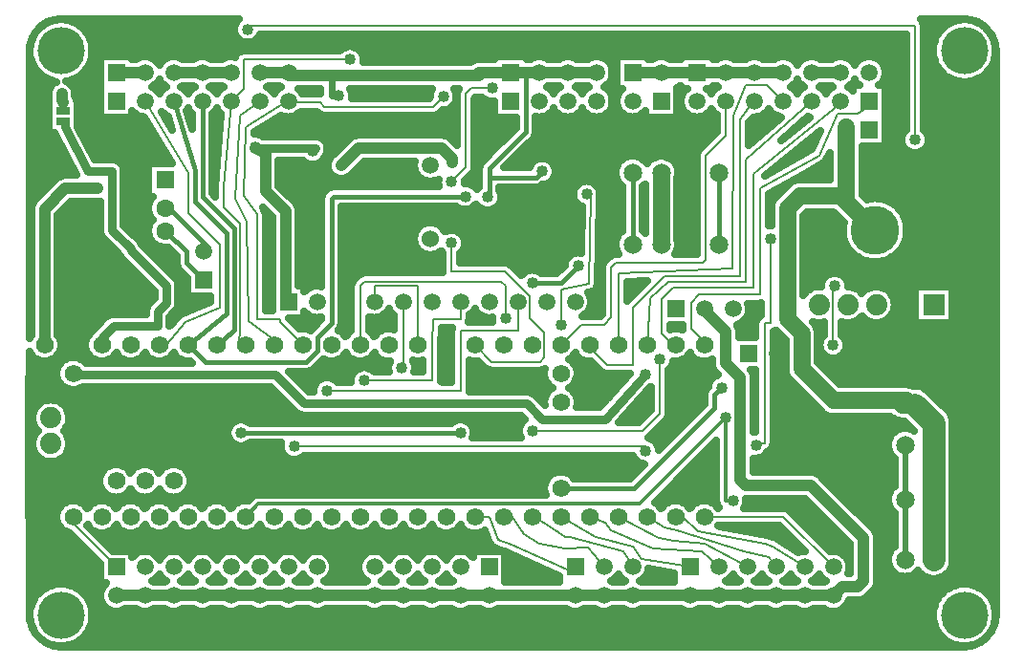
<source format=gbl>
G04 DipTrace 3.3.1.3*
G04 T4-T36-Breakout-Robotshop.gbl*
%MOIN*%
G04 #@! TF.FileFunction,Copper,L2,Bot*
G04 #@! TF.Part,Single*
G04 #@! TA.AperFunction,ViaPad*
%ADD13C,0.04*%
G04 #@! TA.AperFunction,Conductor*
%ADD14C,0.015*%
%ADD15C,0.023622*%
G04 #@! TA.AperFunction,CopperBalancing*
%ADD16C,0.025*%
G04 #@! TA.AperFunction,Conductor*
%ADD18C,0.02*%
%ADD19C,0.03*%
%ADD21C,0.008*%
%ADD22C,0.012*%
%ADD23C,0.08*%
%ADD25C,0.059055*%
G04 #@! TA.AperFunction,ComponentPad*
%ADD26C,0.06*%
%ADD31R,0.059055X0.059055*%
%ADD32C,0.059055*%
%ADD34C,0.17*%
%ADD35R,0.062992X0.062992*%
%ADD36C,0.062992*%
%ADD37C,0.137795*%
%ADD39C,0.065199*%
%ADD49R,0.05X0.025*%
G04 #@! TA.AperFunction,ComponentPad*
%ADD50R,0.074X0.074*%
%ADD51C,0.074*%
%ADD52C,0.06194*%
%ADD53C,0.074*%
G04 #@! TA.AperFunction,ViaPad*
%ADD56C,0.165*%
%FSLAX26Y26*%
G04*
G70*
G90*
G75*
G01*
G04 Bottom*
%LPD*%
X2418700Y2443700D2*
D13*
X2318700D1*
X743700D2*
X843700D1*
X943700D2*
X1043700D1*
X2868700D2*
X2968700D1*
X3168700D2*
X3268700D1*
X1343700D2*
X1243700D1*
X2118700D2*
X2008700D1*
Y2433700D1*
X1493700D1*
X1343700D1*
Y2443700D1*
X2218700D2*
X2171474D1*
X2118700D1*
X2318700D2*
X2218700D1*
X1043700D2*
X1143700D1*
X2968700D2*
X3068700D1*
X2768700D2*
X2868700D1*
X2118700D2*
X2218700D1*
X2418700D2*
D3*
X1493700Y2433700D2*
D15*
Y2363700D1*
X1518700D1*
X2543700Y2443700D2*
D13*
X2643700D1*
X2708700D1*
X2768700D1*
X553700Y2368700D2*
Y2346200D1*
X558700Y2341200D1*
D16*
Y2308700D1*
X2171474Y2443700D2*
D14*
Y2236474D1*
X2043700Y2108700D1*
Y2077930D1*
Y2003700D1*
X2038700Y2008700D1*
X2043700Y2077930D2*
X2207930D1*
X2228700Y2098700D1*
X2743700Y618700D2*
D13*
X2843700D1*
X2943700D1*
X3043700D1*
X3143700D1*
X3243700D1*
X743700D2*
X843700D1*
X943700D1*
X1043700D1*
X1143700D1*
X1243700D1*
X1343700D1*
X1443700D1*
X1643700D2*
X1743700D1*
X1843700D1*
X1943700D1*
X2043700D1*
X2343700D1*
X2443700D1*
X2543700D1*
X2743700D1*
X1443700D2*
X1643700D1*
X493700Y1493700D2*
Y1965511D1*
X566889Y2038700D1*
X678700D1*
X1228700Y2183700D2*
D19*
Y2178700D1*
X1438700D1*
X1428700Y2168700D1*
X2793700Y1618700D2*
D13*
Y1613700D1*
X2868700Y1538700D1*
Y1428700D1*
X2918700Y1378700D1*
Y1023700D1*
X2938700Y1003700D1*
X3163700D1*
X3348700Y818700D1*
Y668700D1*
X3328700Y648700D1*
X3273700D1*
X3243700Y618700D1*
X1343700Y1643700D2*
X1333700D1*
Y1958700D1*
X1263700Y2028700D1*
Y2163739D1*
X1228700Y2178700D1*
X1528700Y2119172D2*
X1588708Y2179180D1*
X1878228D1*
X1913700Y2143708D1*
Y2128700D1*
X893700Y1493700D2*
D21*
X918700D1*
X983700Y1573700D1*
X1103700Y1623700D1*
Y1843700D1*
X993700Y1953700D1*
Y2093700D1*
X843700Y2343700D1*
X1201606Y2593700D2*
X1206525Y2605578D1*
X3528700D1*
Y2208700D1*
X743700Y718700D2*
X593700Y868700D1*
Y893700D1*
X2593700D2*
X2656533Y855187D1*
X2699701Y848001D1*
X2933524Y771692D1*
X3018700Y753700D1*
X3043700Y718700D1*
X2693700Y893700D2*
X2720071D1*
X2771312Y842460D1*
X3004415Y799264D1*
X3031804Y790504D1*
X3143700Y718700D1*
X2793700Y893700D2*
X3068700D1*
X3243700Y718700D1*
X3368700Y2343700D2*
X3377959Y2334441D1*
X3328700Y2298700D1*
X3259624D1*
X3193700Y2153700D1*
X2988700Y2038700D1*
Y1668700D1*
X2776116D1*
X2748700Y1641284D1*
Y1548700D1*
X2803700Y1493700D1*
X2793700D1*
X3268700Y2343700D2*
X3277848D1*
X2963700Y2088700D1*
Y1693700D1*
X2683700D1*
X2643700Y1653700D1*
Y1533700D1*
X2678700Y1498700D1*
X2688700D1*
X2683700Y1493700D1*
X2693700D1*
X2593700D2*
X2596662D1*
X2606662Y1656333D1*
X2668700Y1713700D1*
X2938700D1*
Y2138700D1*
X3168700Y2343700D1*
X2493700Y1493700D2*
Y1743700D1*
X2891070Y1758700D1*
X2893700Y2293700D1*
X2939016Y2399438D1*
X3012962D1*
X3068700Y2343700D1*
X2393700Y1493700D2*
Y1483700D1*
X2453700Y1423700D1*
X2543700D1*
Y1623700D1*
X2653700Y1733700D1*
X2918700D1*
Y2279212D1*
X2966993Y2341993D1*
X2968700Y2343700D1*
X2868700D2*
Y2223700D1*
X2798700Y2153700D1*
Y1788700D1*
X2788700Y1778700D1*
X2483700D1*
X2468700Y1763700D1*
Y1588700D1*
X2443700Y1563700D1*
X2363700D1*
X2293700Y1493700D1*
X2638704Y1441850D2*
Y1253200D1*
X2579204Y1193700D1*
X2193700D1*
X3242700Y1492700D2*
Y1698700D1*
X3248700D1*
X1943700Y1643700D2*
Y1583700D1*
X1848700D1*
X1843700Y1493700D1*
Y1368700D1*
X1608700D1*
X1743700Y1643700D2*
Y1418700D1*
X1738700Y1413700D1*
X1643700Y1643700D2*
Y1698700D1*
X1793700D1*
Y1493700D1*
X1593700D2*
Y1698700D1*
X1609700Y1714700D1*
X2085228D1*
X2101228Y1698700D1*
Y1586172D1*
X1393700Y1493700D2*
X1313700Y1573700D1*
Y1583700D1*
X1233700D1*
Y1948700D1*
X1188700Y2013700D1*
X1193700Y2253700D1*
X1338700Y2343700D1*
X1343700D1*
X1338700Y2338700D1*
X1453700D1*
X1468700Y2323700D1*
X1848700D1*
X1883700Y2358700D1*
X1293700Y1493700D2*
Y1509510D1*
X1206375Y1576839D1*
X1198872Y1923315D1*
X1158700Y2003700D1*
X1173700Y2293700D1*
X1243700Y2343700D1*
X1193700Y1493700D2*
X1170640Y1503476D1*
X1175550Y1542179D1*
Y1916850D1*
X1119814Y1972586D1*
Y2042403D1*
X1143700Y2343700D1*
X1187228Y2387228D1*
Y2488700D1*
X1558700D1*
X1093700Y1493700D2*
D14*
X1118700Y1513073D1*
X1153700Y1548073D1*
Y1898700D1*
X1043700Y2008700D1*
Y2343700D1*
X1178700Y1186700D2*
X1943700D1*
X2193700Y1708700D2*
X2293700D1*
X2353700Y1768700D1*
X993700Y1493700D2*
X1128700Y1603700D1*
Y1883700D1*
X1018700Y1993700D1*
Y2103700D1*
X943700Y2343700D1*
X993700Y1493700D2*
X1053700Y1433700D1*
X1405641D1*
X1443700Y1471759D1*
Y1519420D1*
X1493700Y1569420D1*
Y2003976D1*
X1501228Y2011503D1*
X1960700D1*
X1993700Y893700D2*
D21*
X2043700D1*
X2073700Y813700D1*
X2123306Y795502D1*
X2343700Y695150D1*
Y718700D1*
X2193700Y893700D2*
X2227024Y877024D1*
X2286914Y839985D1*
X2308700Y823700D1*
X2323800D1*
X2512309Y773190D1*
X2543700Y718700D1*
X2743700D2*
X2575767Y748025D1*
X2543700Y788700D1*
X2413700Y823700D1*
X2293700Y893700D1*
X2843700Y718700D2*
X2783700Y773700D1*
X2613700Y783700D1*
X2468246Y846066D1*
X2448700Y873700D1*
X2393700Y893700D1*
X2943700Y718700D2*
X2793700Y798700D1*
X2688700Y808700D1*
X2633700Y818700D1*
X2493700Y893700D1*
X2093700D2*
X2118700D1*
X2115789Y905340D1*
X2163700Y833700D1*
X2217936Y800953D1*
X2308700Y783700D1*
X2388768Y786111D1*
X2443700Y718700D1*
X3023700Y1863700D2*
Y1568700D1*
X3003700D1*
Y1148700D1*
X2968700D1*
X2973700Y1143700D1*
X1193700Y893700D2*
D22*
X1238672Y938672D1*
X2568672D1*
X2868700Y1238700D1*
Y948700D1*
X2893700D1*
X1363700Y1138700D2*
D21*
X2588700D1*
Y1123700D1*
X2143700Y1643700D2*
Y1543700D1*
X1943700D1*
Y1333700D1*
X1478700D1*
X3493700Y953700D2*
D18*
Y1143700D1*
Y953700D2*
Y743700D1*
X743700Y518700D2*
D13*
X843700D1*
X943700D1*
X1043700D1*
X1143700D1*
X1243700D1*
X1343700D1*
X1443700D1*
X1643700D1*
X743700Y2543700D2*
X843700D1*
X943700D1*
X1043700D1*
X1143700D1*
X1243700D1*
X1343700D1*
X1675216D1*
X2118700D1*
X2218700D1*
X2318700D1*
X2418700D1*
X2478700D1*
X2768700D1*
X2868700D1*
X2968700D1*
X3068700D1*
X3168700D1*
X3268700D1*
X3368700D1*
X3446493D1*
X3432448Y2116243D1*
X3483700Y2018700D1*
X3493700Y2023700D1*
X3506810Y2078739D1*
X3526810Y1793700D1*
X3535210Y1808157D1*
X3624920Y1893700D1*
X493700Y893700D2*
X518700Y738045D1*
X650596Y661894D1*
X678989Y555934D1*
X743700Y518700D1*
X493700Y893700D2*
X443700D1*
Y1379700D1*
X463700Y1383700D1*
X476200Y1376200D1*
X646821Y1303700D1*
X1052228D1*
Y1328700D1*
X1228700D1*
X1328700Y1228700D1*
X1893700D1*
X2543700Y518700D2*
X2743700D1*
X2843700D1*
X2943700D1*
X3043700D1*
X3143700D1*
X3243700D1*
X3693700Y1143700D2*
D23*
Y953700D1*
Y743700D1*
X1643700Y518700D2*
D13*
X1743700D1*
X1843700D1*
X1943700D1*
X2043700D1*
X2343700D1*
X2443700D1*
X2488700Y523700D1*
X2543700Y518700D1*
X3243700D2*
X3369377D1*
X3390922Y602184D1*
X3437846Y649108D1*
X3563700Y658700D1*
X3638700D1*
X3693700Y713700D1*
Y743700D1*
X3183700Y1923700D2*
Y1823700D1*
X913700Y1793109D2*
Y1793700D1*
X788700Y1918700D1*
Y2171259D1*
X807007Y2189566D1*
X743700Y2543700D2*
Y2563700D1*
X673700Y2493700D1*
Y2233700D1*
X748700Y2158700D1*
X776141D1*
X807007Y2189566D1*
X1653700Y2543700D2*
X1675216D1*
X3043700Y1143700D2*
X3038700D1*
X3085250Y1097150D1*
Y1068700D1*
X3308700D1*
X3408700Y968700D1*
Y678254D1*
X3437846Y649108D1*
X2478700Y2543700D2*
Y2208700D1*
X2473700D1*
Y2173700D1*
X2413700D1*
X2178700Y1938700D1*
X1656834D1*
X1566834Y1848700D1*
X1538700D1*
Y1648700D1*
X1543700Y1643700D1*
X593700Y1493700D2*
X476200Y1376200D1*
X1052228Y1303700D2*
Y1027228D1*
X1043700Y1018700D1*
X593700Y1493700D2*
Y1588700D1*
X643700Y1638700D1*
X773464D1*
X807007Y1672243D1*
X2013700Y1793700D2*
X2413700Y2173700D1*
X3183700Y1823700D2*
Y1763700D1*
X3198700Y1748700D1*
X3475754D1*
X3535210Y1808157D1*
X3693700Y1143700D2*
Y1363700D1*
X3633700Y1423700D1*
X3603700D1*
X3483700Y1543700D1*
Y1623700D1*
X3493700Y1633700D1*
Y1730754D1*
X3475754Y1748700D1*
X3048700Y1463700D2*
X3043700Y1143700D1*
X2543700Y2543700D2*
X2643700D1*
X2768700D1*
X2478700Y2208700D2*
X2644590D1*
X2714128Y2177027D1*
X2743700Y2163376D1*
Y2093700D1*
Y1843700D1*
X2293700Y1563700D2*
D21*
Y1685228D1*
X2391993Y1707411D1*
X2399146Y2015258D1*
X2383700Y2018700D1*
X1912700Y2062129D2*
X1962759Y2112188D1*
Y2369228D1*
X1982231Y2388700D1*
X2053700D1*
X1912700Y1848574D2*
Y1748700D1*
X2098700D1*
X2185228Y1662172D1*
Y1588117D1*
X2236672Y1536672D1*
Y1450728D1*
X2220672Y1434728D1*
X2052672D1*
X1993700Y1493700D1*
X2543700Y1843700D2*
D14*
Y2093700D1*
X693700Y1493700D2*
D19*
Y1518700D1*
X733700Y1558700D1*
X888700D1*
Y1608700D1*
X918700Y1638700D1*
Y1698700D1*
X793700Y1823700D1*
Y1828700D1*
X728700Y1893700D1*
Y2098700D1*
X643700D1*
X563700Y2253700D1*
D18*
X558700Y2273267D1*
X2843700Y1843700D2*
D14*
Y2093700D1*
X913700Y1891535D2*
X915865D1*
X988700Y1818700D1*
Y1778700D1*
X1048700Y1718700D1*
X913700Y1970275D2*
X927125D1*
X1058700Y1838700D1*
Y1808700D1*
X1048700Y1818700D1*
X2293700Y993700D2*
X2548700D1*
X2828700Y1273700D1*
Y1318700D1*
X2853700Y1343700D1*
X3593700Y1143700D2*
D23*
Y953700D1*
Y743700D1*
X3083700Y1923700D2*
D25*
Y1823700D1*
X3593700Y1143700D2*
D23*
Y1218700D1*
X3528700Y1283700D1*
D26*
X3483700D1*
X3498700Y1298700D1*
X3243700D1*
D25*
X3133700Y1408700D1*
Y1533700D1*
X3083700Y1583700D1*
Y1823700D1*
Y1923700D2*
Y1968700D1*
D26*
X3128700Y2013700D1*
X3268700D1*
X3388700Y1893700D1*
X2643700Y1843700D2*
Y2093700D1*
X3288700Y2253700D2*
Y1993700D1*
X3388700Y1893700D1*
X593700Y1393700D2*
D19*
Y1388700D1*
X1298700D1*
X1398700Y1288700D1*
X2173700D1*
X2228700Y1233700D1*
X2448700D1*
X2588700Y1388700D1*
D13*
X553700Y2368700D3*
X2038700Y2008700D3*
X2228700Y2098700D3*
X1228700Y2183700D3*
X1428700Y2168700D3*
X1608700Y1368700D3*
X1738700Y1413700D3*
X2353700Y1768700D3*
X1478700Y1333700D3*
X1893700Y1228700D3*
X2473700Y2173700D3*
X2013700Y1793700D3*
X2853700Y1343700D3*
X3288700Y2253700D3*
X2588700Y1388700D3*
D56*
X3700787Y551180D3*
X551180D3*
Y2519684D3*
X3700787D3*
D13*
X1653700Y2543700D3*
X3043700Y1143700D3*
X1518700Y2363700D3*
X678700Y2038700D3*
X1883700Y2358700D3*
X1558700Y2488700D3*
X3023700Y1863700D3*
X2868700Y1238700D3*
X2893700Y948700D3*
X2588700Y1123700D3*
X1363700Y1138700D3*
X2973700Y1143700D3*
X3528700Y2208700D3*
X1201606Y2593700D3*
X2101228Y1586172D3*
X1913700Y2128700D3*
X1528700Y2119172D3*
X2193700Y1193700D3*
X2638704Y1441850D3*
X3248700Y1698700D3*
X3242700Y1492700D3*
X2193700Y1708700D3*
X1943700Y1186700D3*
X1178700D3*
X2293700Y1563700D3*
X2053700Y2388700D3*
X1912700Y2062129D3*
X1960700Y2011503D3*
X1912700Y1848574D3*
X2383700Y2018700D3*
X621775Y2604796D2*
D16*
X1153962D1*
X3561695D2*
X3630186D1*
X644526Y2579927D2*
X1154715D1*
X3561695D2*
X3607471D1*
X656762Y2555058D2*
X1173267D1*
X1229940D2*
X3495692D1*
X3561695D2*
X3595199D1*
X662181Y2530190D2*
X1535231D1*
X1582180D2*
X3495692D1*
X3561695D2*
X3589816D1*
X661714Y2505321D2*
X1159165D1*
X1604607D2*
X3495692D1*
X3561695D2*
X3590247D1*
X655363Y2480452D2*
X685171D1*
X888467D2*
X898933D1*
X1606940D2*
X1977719D1*
X2463495D2*
X2485193D1*
X3113466D2*
X3123932D1*
X3313484D2*
X3323914D1*
X3413493D2*
X3495692D1*
X3561695D2*
X3596598D1*
X443718Y2455583D2*
X460536D1*
X641835D2*
X685171D1*
X2475947D2*
X2485186D1*
X3425945D2*
X3495692D1*
X3561695D2*
X3610126D1*
X3791425D2*
X3808279D1*
X443718Y2430714D2*
X485726D1*
X616644D2*
X685171D1*
X2475696D2*
X2485154D1*
X3425694D2*
X3495692D1*
X3561695D2*
X3635317D1*
X3766235D2*
X3808279D1*
X443718Y2405846D2*
X523225D1*
X584169D2*
X685171D1*
X887498D2*
X899901D1*
X2462490D2*
X2485193D1*
X3112497D2*
X3124900D1*
X3312479D2*
X3324919D1*
X3412488D2*
X3495692D1*
X3561695D2*
X3808279D1*
X443718Y2380977D2*
X506360D1*
X601034D2*
X685171D1*
X888000D2*
X899399D1*
X988009D2*
X999372D1*
X1088018D2*
X1099416D1*
X1288001D2*
X1299400D1*
X1388010D2*
X1452913D1*
X1564345D2*
X1840390D1*
X2263010D2*
X2274392D1*
X2363020D2*
X2374383D1*
X2463029D2*
X2499367D1*
X2702233D2*
X2724397D1*
X2813007D2*
X2824370D1*
X3112999D2*
X3124398D1*
X3213008D2*
X3224371D1*
X3427237D2*
X3495692D1*
X3561695D2*
X3808279D1*
X443718Y2356108D2*
X504709D1*
X605233D2*
X685171D1*
X1567072D2*
X1834792D1*
X1995745D2*
X2018053D1*
X2475839D2*
X2486583D1*
X2702233D2*
X2711586D1*
X3427237D2*
X3495692D1*
X3561695D2*
X3808279D1*
X443718Y2331239D2*
X504709D1*
X612697D2*
X685171D1*
X1995745D2*
X2060181D1*
X2475804D2*
X2486582D1*
X2702233D2*
X2711586D1*
X3427237D2*
X3495692D1*
X3561695D2*
X3808279D1*
X443718Y2306371D2*
X504709D1*
X612697D2*
X685171D1*
X1087983D2*
X1099415D1*
X1387974D2*
X1440389D1*
X1877004D2*
X1929778D1*
X1995745D2*
X2060181D1*
X2262974D2*
X2274459D1*
X2362984D2*
X2374419D1*
X2462957D2*
X2499439D1*
X2702233D2*
X2724433D1*
X2812971D2*
X2824442D1*
X3012954D2*
X3024425D1*
X3427237D2*
X3495692D1*
X3561695D2*
X3808279D1*
X443718Y2281502D2*
X504709D1*
X612697D2*
X842953D1*
X1080196D2*
X1105697D1*
X1298802D2*
X1929778D1*
X1995745D2*
X2134999D1*
X2207964D2*
X2835710D1*
X2961424D2*
X3050584D1*
X3427237D2*
X3495692D1*
X3561695D2*
X3808279D1*
X443718Y2256633D2*
X504709D1*
X612697D2*
X857881D1*
X1080196D2*
X1103724D1*
X1258755D2*
X1929778D1*
X1995745D2*
X2134999D1*
X2207964D2*
X2835710D1*
X2951700D2*
X3022702D1*
X3427237D2*
X3495692D1*
X3561695D2*
X3808279D1*
X443718Y2231764D2*
X525845D1*
X624215D2*
X872809D1*
X1080196D2*
X1101750D1*
X1226244D2*
X1929778D1*
X1995745D2*
X2116196D1*
X2207641D2*
X2831153D1*
X2951700D2*
X2994784D1*
X3427237D2*
X3485824D1*
X3571563D2*
X3808279D1*
X443718Y2206896D2*
X538655D1*
X637062D2*
X887737D1*
X1080196D2*
X1099776D1*
X1471656D2*
X1548185D1*
X1918773D2*
X1929778D1*
X1995745D2*
X2091328D1*
X2192462D2*
X2806285D1*
X2951700D2*
X2966902D1*
X3160187D2*
X3181885D1*
X3427237D2*
X3479759D1*
X3577663D2*
X3808279D1*
X443718Y2182027D2*
X551502D1*
X649873D2*
X902629D1*
X1080196D2*
X1097803D1*
X1482565D2*
X1523317D1*
X1995745D2*
X2066461D1*
X2167594D2*
X2781417D1*
X3129542D2*
X3170581D1*
X3347682D2*
X3488120D1*
X3569266D2*
X3808279D1*
X443718Y2157158D2*
X564348D1*
X662719D2*
X917557D1*
X1080196D2*
X1095829D1*
X1476644D2*
X1498450D1*
X1995745D2*
X2041593D1*
X2142726D2*
X2765915D1*
X3098932D2*
X3135056D1*
X3347682D2*
X3808279D1*
X443718Y2132289D2*
X577159D1*
X755552D2*
X932484D1*
X1080196D2*
X1093856D1*
X1312689D2*
X1397292D1*
X1460102D2*
X1481584D1*
X1610062D2*
X1781612D1*
X1995745D2*
X2016725D1*
X2117859D2*
X2194065D1*
X2263333D2*
X2496461D1*
X2690965D2*
X2765700D1*
X3068287D2*
X3090703D1*
X3217924D2*
X3229718D1*
X3347682D2*
X3808279D1*
X443718Y2107420D2*
X590006D1*
X771771D2*
X853216D1*
X1080196D2*
X1091882D1*
X1312689D2*
X1481225D1*
X1585194D2*
X1781540D1*
X1995386D2*
X2007216D1*
X2276862D2*
X2483722D1*
X2703668D2*
X2765700D1*
X3037642D2*
X3046366D1*
X3176012D2*
X3229718D1*
X3347682D2*
X3808279D1*
X443718Y2082552D2*
X548954D1*
X772704D2*
X853216D1*
X1080196D2*
X1089917D1*
X1312689D2*
X1497553D1*
X1559860D2*
X1794243D1*
X1978736D2*
X2007216D1*
X2274780D2*
X2483184D1*
X2704242D2*
X2765700D1*
X3131695D2*
X3229718D1*
X3347682D2*
X3808279D1*
X443718Y2057683D2*
X517627D1*
X772704D2*
X853216D1*
X1080196D2*
X1087950D1*
X1312689D2*
X1863930D1*
X1968581D2*
X2007216D1*
X2253106D2*
X2355866D1*
X2411535D2*
X2494344D1*
X2702699D2*
X2765700D1*
X3347682D2*
X3808279D1*
X443718Y2032814D2*
X492760D1*
X772704D2*
X853216D1*
X1327833D2*
X1471967D1*
X2080934D2*
X2336920D1*
X2430482D2*
X2507190D1*
X2702699D2*
X2765700D1*
X3043025D2*
X3065404D1*
X3347682D2*
X3808279D1*
X443718Y2007945D2*
X467892D1*
X772704D2*
X867103D1*
X1352700D2*
X1457434D1*
X2087680D2*
X2335987D1*
X2431989D2*
X2507190D1*
X2702699D2*
X2765700D1*
X3021710D2*
X3040573D1*
X3356832D2*
X3808279D1*
X579504Y1983077D2*
X684704D1*
X772704D2*
X854652D1*
X1375774D2*
X1457219D1*
X2080001D2*
X2351309D1*
X2431415D2*
X2507190D1*
X2702699D2*
X2765700D1*
X3457846D2*
X3808279D1*
X554636Y1958208D2*
X684704D1*
X772704D2*
X854472D1*
X1382699D2*
X1457219D1*
X1530183D2*
X2364838D1*
X2430805D2*
X2507190D1*
X2702699D2*
X2765700D1*
X3482140D2*
X3808279D1*
X542687Y1933339D2*
X684704D1*
X772704D2*
X866493D1*
X1266686D2*
X1284724D1*
X1382699D2*
X1457219D1*
X1530183D2*
X2364227D1*
X2430231D2*
X2507190D1*
X2702699D2*
X2765700D1*
X3142209D2*
X3266679D1*
X3495417D2*
X3808279D1*
X542687Y1908470D2*
X684704D1*
X775108D2*
X855728D1*
X1266686D2*
X1284724D1*
X1382699D2*
X1457219D1*
X1530183D2*
X1801743D1*
X1875640D2*
X2363653D1*
X2429656D2*
X2507190D1*
X2702699D2*
X2765700D1*
X3142209D2*
X3275686D1*
X3501697D2*
X3808279D1*
X542687Y1883602D2*
X685960D1*
X799976D2*
X853754D1*
X1266686D2*
X1284724D1*
X1382699D2*
X1457219D1*
X1530183D2*
X1783334D1*
X1945758D2*
X2363079D1*
X2429082D2*
X2497609D1*
X2702699D2*
X2765700D1*
X3142209D2*
X3275183D1*
X3502235D2*
X3808279D1*
X542687Y1858733D2*
X702503D1*
X824844D2*
X863371D1*
X1266686D2*
X1284724D1*
X1382699D2*
X1457219D1*
X1530183D2*
X1779925D1*
X1960578D2*
X2362505D1*
X2428508D2*
X2484045D1*
X2703345D2*
X2765700D1*
X3142209D2*
X3280351D1*
X3497067D2*
X3808279D1*
X542687Y1833864D2*
X727370D1*
X844724D2*
X905141D1*
X1266686D2*
X1284724D1*
X1382699D2*
X1457219D1*
X1530183D2*
X1788215D1*
X1959287D2*
X2361931D1*
X2427934D2*
X2482932D1*
X2704458D2*
X2765700D1*
X3142209D2*
X3292121D1*
X3485262D2*
X3808279D1*
X542687Y1808995D2*
X752238D1*
X869591D2*
X947843D1*
X1266686D2*
X1284724D1*
X1382699D2*
X1457219D1*
X1530183D2*
X1822089D1*
X1855294D2*
X1879719D1*
X1945686D2*
X2328020D1*
X2427360D2*
X2477729D1*
X3142209D2*
X3313687D1*
X3463695D2*
X3808279D1*
X542687Y1784127D2*
X772082D1*
X894459D2*
X952221D1*
X1266686D2*
X1284724D1*
X1382699D2*
X1457219D1*
X1530183D2*
X1879719D1*
X1945686D2*
X2307351D1*
X2426786D2*
X2443567D1*
X3142209D2*
X3365612D1*
X3411807D2*
X3808279D1*
X542687Y1759258D2*
X796950D1*
X919327D2*
X958321D1*
X1266686D2*
X1284724D1*
X1382699D2*
X1457219D1*
X1530183D2*
X1879719D1*
X2133755D2*
X2293679D1*
X2426212D2*
X2435709D1*
X3142209D2*
X3808279D1*
X542687Y1734389D2*
X821817D1*
X944195D2*
X982435D1*
X1266686D2*
X1284724D1*
X1382699D2*
X1457219D1*
X1530183D2*
X1583782D1*
X2425637D2*
X2435709D1*
X3142209D2*
X3216405D1*
X3281009D2*
X3808279D1*
X542687Y1709520D2*
X846685D1*
X961240D2*
X990186D1*
X1266686D2*
X1284724D1*
X1382699D2*
X1457219D1*
X1530183D2*
X1562682D1*
X2425027D2*
X2435709D1*
X2526687D2*
X2583910D1*
X3142209D2*
X3200975D1*
X3296403D2*
X3808279D1*
X542687Y1684651D2*
X871553D1*
X962675D2*
X990186D1*
X1266686D2*
X1284724D1*
X1530183D2*
X1560709D1*
X2414800D2*
X2435709D1*
X2526687D2*
X2559043D1*
X3142209D2*
X3153321D1*
X3334081D2*
X3353303D1*
X3434091D2*
X3527700D1*
X3659695D2*
X3808279D1*
X542687Y1659783D2*
X874711D1*
X962675D2*
X1070710D1*
X1266686D2*
X1284724D1*
X1530183D2*
X1560709D1*
X2399873D2*
X2435709D1*
X3454078D2*
X3527700D1*
X3659695D2*
X3808279D1*
X542687Y1634914D2*
X854041D1*
X962531D2*
X1048821D1*
X1266686D2*
X1285190D1*
X1530183D2*
X1560709D1*
X2401523D2*
X2435709D1*
X2949834D2*
X2990694D1*
X3459676D2*
X3527700D1*
X3659695D2*
X3808279D1*
X542687Y1610045D2*
X844747D1*
X951192D2*
X989145D1*
X1530183D2*
X1560709D1*
X2390973D2*
X2435709D1*
X2951556D2*
X2990694D1*
X3455119D2*
X3527700D1*
X3659695D2*
X3808279D1*
X542687Y1585176D2*
X698986D1*
X932676D2*
X951252D1*
X1347856D2*
X1457219D1*
X1530183D2*
X1560709D1*
X1626676D2*
X1710705D1*
X1976690D2*
X2052250D1*
X2941078D2*
X2975550D1*
X3337132D2*
X3350253D1*
X3437141D2*
X3527700D1*
X3659695D2*
X3808279D1*
X542687Y1560308D2*
X674118D1*
X1372724D2*
X1434002D1*
X1528963D2*
X1560709D1*
X1626676D2*
X1710705D1*
X2676683D2*
X2715713D1*
X2912371D2*
X2970706D1*
X3185485D2*
X3209695D1*
X3275698D2*
X3808279D1*
X542687Y1535439D2*
X651691D1*
X1535710D2*
X1551702D1*
X1635683D2*
X1651711D1*
X1879049D2*
X1910723D1*
X2917681D2*
X2970706D1*
X3036709D2*
X3050225D1*
X3192195D2*
X3209695D1*
X3275698D2*
X3808279D1*
X551119Y1510570D2*
X636260D1*
X1877686D2*
X1910723D1*
X3036709D2*
X3075093D1*
X3288114D2*
X3808279D1*
X553093Y1485701D2*
X634287D1*
X1876681D2*
X1910723D1*
X3036709D2*
X3075165D1*
X3291164D2*
X3808279D1*
X543332Y1460833D2*
X644083D1*
X1876681D2*
X1910723D1*
X3036709D2*
X3075165D1*
X3192231D2*
X3206358D1*
X3279035D2*
X3808279D1*
X443718Y1435964D2*
X552255D1*
X635124D2*
X1000880D1*
X1458487D2*
X1695382D1*
X1782019D2*
X1810714D1*
X1876681D2*
X1910723D1*
X1976690D2*
X2005816D1*
X2335138D2*
X2395806D1*
X2687305D2*
X2819705D1*
X3036709D2*
X3075165D1*
X3192231D2*
X3808279D1*
X443718Y1411095D2*
X536431D1*
X1433619D2*
X1587120D1*
X1630300D2*
X1689784D1*
X1787617D2*
X1810714D1*
X1876681D2*
X1910723D1*
X1976690D2*
X2030899D1*
X2350962D2*
X2420673D1*
X2676073D2*
X2823186D1*
X3036709D2*
X3075165D1*
X3213044D2*
X3808279D1*
X443718Y1386226D2*
X534242D1*
X1362353D2*
X1563149D1*
X1876681D2*
X1910723D1*
X1976690D2*
X2234219D1*
X2353187D2*
X2528039D1*
X2671695D2*
X2832408D1*
X3036709D2*
X3079902D1*
X3237912D2*
X3808279D1*
X443718Y1361357D2*
X543715D1*
X1387221D2*
X1438846D1*
X1976690D2*
X2243692D1*
X2343678D2*
X2505575D1*
X2671695D2*
X2808187D1*
X3036709D2*
X3099315D1*
X3262780D2*
X3808279D1*
X443718Y1336489D2*
X585843D1*
X601549D2*
X1289747D1*
X1412089D2*
X1429803D1*
X1976690D2*
X2252843D1*
X2334563D2*
X2483148D1*
X2671695D2*
X2797242D1*
X3036709D2*
X3124183D1*
X3571635D2*
X3808279D1*
X443718Y1311620D2*
X1314615D1*
X2211947D2*
X2236587D1*
X2350783D2*
X2460684D1*
X2577499D2*
X2605728D1*
X2671695D2*
X2792218D1*
X3036709D2*
X3149051D1*
X3597328D2*
X3808279D1*
X443718Y1286751D2*
X471695D1*
X559696D2*
X1339483D1*
X2353223D2*
X2438221D1*
X2555036D2*
X2605728D1*
X2671695D2*
X2791178D1*
X3036709D2*
X3173918D1*
X3622196D2*
X3808279D1*
X443718Y1261882D2*
X454097D1*
X577315D2*
X1364351D1*
X2532572D2*
X2601781D1*
X2671695D2*
X2766310D1*
X3036709D2*
X3198355D1*
X3646776D2*
X3808279D1*
X581657Y1237014D2*
X2164209D1*
X2510109D2*
X2576877D1*
X2667030D2*
X2741442D1*
X3036709D2*
X3449401D1*
X3660125D2*
X3808279D1*
X443718Y1212145D2*
X455531D1*
X575879D2*
X1137275D1*
X1985123D2*
X2148528D1*
X2643275D2*
X2716574D1*
X3036709D2*
X3503730D1*
X3662709D2*
X3808279D1*
X443718Y1187276D2*
X462760D1*
X568631D2*
X1129704D1*
X1992695D2*
X2145155D1*
X2618407D2*
X2691707D1*
X3036709D2*
X3451303D1*
X3662709D2*
X3808279D1*
X443718Y1162407D2*
X451229D1*
X580185D2*
X1136558D1*
X2616936D2*
X2666839D1*
X3036709D2*
X3435155D1*
X3662709D2*
X3808279D1*
X580688Y1137539D2*
X1314723D1*
X2815986D2*
X2833700D1*
X3034592D2*
X3432428D1*
X3662709D2*
X3808279D1*
X443718Y1112670D2*
X460930D1*
X570497D2*
X1322689D1*
X2791118D2*
X2833700D1*
X3010837D2*
X3440897D1*
X3662709D2*
X3808279D1*
X443718Y1087801D2*
X495236D1*
X536156D2*
X2556674D1*
X2766250D2*
X2833700D1*
X2967704D2*
X3454712D1*
X3662709D2*
X3808279D1*
X443718Y1062932D2*
X704512D1*
X782895D2*
X804521D1*
X882869D2*
X904531D1*
X982878D2*
X2567368D1*
X2741382D2*
X2833700D1*
X2967704D2*
X3454712D1*
X3662709D2*
X3808279D1*
X443718Y1038064D2*
X687108D1*
X1000318D2*
X2254673D1*
X2332733D2*
X2542500D1*
X2716515D2*
X2833700D1*
X3197506D2*
X3454712D1*
X3662709D2*
X3808279D1*
X443718Y1013195D2*
X683986D1*
X1003404D2*
X2237162D1*
X2691647D2*
X2833700D1*
X3222446D2*
X3454712D1*
X3662709D2*
X3808279D1*
X443718Y988326D2*
X692419D1*
X994971D2*
X2234004D1*
X2666779D2*
X2833700D1*
X3247314D2*
X3443301D1*
X3662709D2*
X3808279D1*
X443718Y963457D2*
X725397D1*
X762011D2*
X825370D1*
X862020D2*
X925379D1*
X962029D2*
X1215144D1*
X2641911D2*
X2833700D1*
X3272181D2*
X3432930D1*
X3662709D2*
X3808279D1*
X443718Y938588D2*
X555342D1*
X632074D2*
X655315D1*
X732083D2*
X755324D1*
X832057D2*
X855333D1*
X932066D2*
X955343D1*
X1032075D2*
X1055316D1*
X1132084D2*
X1155325D1*
X2632079D2*
X2655320D1*
X2732088D2*
X2755329D1*
X2941580D2*
X3160569D1*
X3297049D2*
X3434079D1*
X3662709D2*
X3808279D1*
X443718Y913720D2*
X537328D1*
X3094303D2*
X3185437D1*
X3321917D2*
X3447679D1*
X3662709D2*
X3808279D1*
X443718Y888851D2*
X533955D1*
X3119171D2*
X3210305D1*
X3346784D2*
X3454712D1*
X3662709D2*
X3808279D1*
X443718Y863982D2*
X542028D1*
X3144039D2*
X3235173D1*
X3371652D2*
X3454712D1*
X3662709D2*
X3808279D1*
X443718Y839113D2*
X573248D1*
X714141D2*
X773266D1*
X814150D2*
X873240D1*
X914160D2*
X973249D1*
X1014133D2*
X1073258D1*
X1114142D2*
X1173267D1*
X1214151D2*
X1273241D1*
X1314161D2*
X1373250D1*
X1414134D2*
X1473259D1*
X1514143D2*
X1573268D1*
X1614152D2*
X1673242D1*
X1714162D2*
X1773251D1*
X1814135D2*
X1873260D1*
X1914144D2*
X1973233D1*
X2014153D2*
X2029105D1*
X2959235D2*
X3077677D1*
X3168907D2*
X3260040D1*
X3392967D2*
X3454712D1*
X3662709D2*
X3808279D1*
X443718Y814245D2*
X602529D1*
X693795D2*
X2038435D1*
X3053754D2*
X3102545D1*
X3193774D2*
X3284908D1*
X3397704D2*
X3454712D1*
X3662709D2*
X3808279D1*
X443718Y789376D2*
X627397D1*
X718663D2*
X2052825D1*
X3092509D2*
X3127412D1*
X3218642D2*
X3299692D1*
X3397704D2*
X3453707D1*
X3662709D2*
X3808279D1*
X443718Y764507D2*
X652265D1*
X878455D2*
X908944D1*
X978464D2*
X1008954D1*
X1078437D2*
X1108963D1*
X1178447D2*
X1208936D1*
X1278456D2*
X1308945D1*
X1378465D2*
X1408955D1*
X1478438D2*
X1608937D1*
X1678457D2*
X1708946D1*
X1778430D2*
X1808956D1*
X1878439D2*
X1908965D1*
X2102213D2*
X2115299D1*
X3278461D2*
X3299692D1*
X3397704D2*
X3435909D1*
X3662709D2*
X3808279D1*
X443718Y739638D2*
X677132D1*
X1498175D2*
X1589237D1*
X2102213D2*
X2169915D1*
X3397704D2*
X3432249D1*
X3662565D2*
X3808279D1*
X443718Y714770D2*
X685171D1*
X1502086D2*
X1585325D1*
X2102213D2*
X2224530D1*
X3397704D2*
X3439677D1*
X3656070D2*
X3808279D1*
X443718Y689901D2*
X685171D1*
X1494263D2*
X1593148D1*
X2102213D2*
X2279146D1*
X2594257D2*
X2685176D1*
X3397704D2*
X3466769D1*
X3520643D2*
X3552138D1*
X3635257D2*
X3808279D1*
X443718Y665032D2*
X685171D1*
X3397561D2*
X3808279D1*
X443718Y640163D2*
X485726D1*
X616608D2*
X689441D1*
X3387908D2*
X3635353D1*
X3766235D2*
X3808279D1*
X443718Y615295D2*
X460536D1*
X641835D2*
X685278D1*
X3363542D2*
X3610162D1*
X3791425D2*
X3808279D1*
X655363Y590426D2*
X692850D1*
X3294573D2*
X3596598D1*
X661714Y565557D2*
X723495D1*
X763913D2*
X823468D1*
X863922D2*
X923477D1*
X963931D2*
X1023487D1*
X1063904D2*
X1123496D1*
X1163914D2*
X1223469D1*
X1263923D2*
X1323478D1*
X1363932D2*
X1423488D1*
X1463905D2*
X1623470D1*
X1663924D2*
X1723479D1*
X1763933D2*
X1823489D1*
X1863906D2*
X1923462D1*
X1963916D2*
X2023471D1*
X2063925D2*
X2323463D1*
X2363917D2*
X2423472D1*
X2463926D2*
X2523482D1*
X2563935D2*
X2723464D1*
X2763918D2*
X2823473D1*
X2863927D2*
X2923483D1*
X2963936D2*
X3023492D1*
X3063909D2*
X3123465D1*
X3163919D2*
X3223474D1*
X3263928D2*
X3590247D1*
X662181Y540688D2*
X3589816D1*
X656762Y515819D2*
X3595199D1*
X644526Y490951D2*
X3607435D1*
X621775Y466082D2*
X3630186D1*
X556215Y441213D2*
X3695746D1*
X2824720Y2397199D2*
Y2387680D1*
X2803369D1*
X2808312Y2383312D1*
X2814021Y2376628D1*
X2818693Y2368961D1*
X2823379Y2376628D1*
X2829088Y2383312D1*
X2835772Y2389021D1*
X2843439Y2393693D1*
X2837530Y2397205D1*
X2824742Y2397208D1*
X3118693Y2418439D2*
X3114021Y2410772D1*
X3108312Y2404088D1*
X3101628Y2398379D1*
X3093961Y2393707D1*
X3101628Y2389021D1*
X3108312Y2383312D1*
X3114021Y2376628D1*
X3118693Y2368961D1*
X3123379Y2376628D1*
X3129088Y2383312D1*
X3135772Y2389021D1*
X3143439Y2393693D1*
X3135772Y2398379D1*
X3129088Y2404088D1*
X3123379Y2410772D1*
X3118707Y2418439D1*
X3199870Y2397205D2*
X3193961Y2393707D1*
X3201628Y2389021D1*
X3208312Y2383312D1*
X3214021Y2376628D1*
X3218693Y2368961D1*
X3223379Y2376628D1*
X3229088Y2383312D1*
X3235772Y2389021D1*
X3243439Y2393693D1*
X3237530Y2397205D1*
X3199982Y2397208D1*
X3318693Y2418439D2*
X3314021Y2410772D1*
X3308312Y2404088D1*
X3301628Y2398379D1*
X3293961Y2393707D1*
X3301628Y2389021D1*
X3308312Y2383312D1*
X3312670Y2378341D1*
X3312680Y2399720D1*
X3334032D1*
X3329088Y2404088D1*
X3323379Y2410772D1*
X3318707Y2418439D1*
X2071867Y2499720D2*
X2174720D1*
Y2490210D1*
X2187418Y2490192D1*
X2193268Y2493614D1*
X2201389Y2496978D1*
X2209937Y2499030D1*
X2218700Y2499720D1*
X2227463Y2499030D1*
X2236011Y2496978D1*
X2244132Y2493614D1*
X2249870Y2490195D1*
X2287418Y2490192D1*
X2293268Y2493614D1*
X2301389Y2496978D1*
X2309937Y2499030D1*
X2318700Y2499720D1*
X2327463Y2499030D1*
X2336011Y2496978D1*
X2344132Y2493614D1*
X2349870Y2490195D1*
X2387418Y2490192D1*
X2393268Y2493614D1*
X2401389Y2496978D1*
X2409937Y2499030D1*
X2418700Y2499720D1*
X2427463Y2499030D1*
X2436011Y2496978D1*
X2444132Y2493614D1*
X2451628Y2489021D1*
X2458312Y2483312D1*
X2464021Y2476628D1*
X2468614Y2469132D1*
X2471978Y2461011D1*
X2474030Y2452463D1*
X2474720Y2443700D1*
X2474030Y2434937D1*
X2471978Y2426389D1*
X2468614Y2418268D1*
X2464021Y2410772D1*
X2458312Y2404088D1*
X2451628Y2398379D1*
X2443961Y2393707D1*
X2451628Y2389021D1*
X2458312Y2383312D1*
X2464021Y2376628D1*
X2468614Y2369132D1*
X2471978Y2361011D1*
X2474030Y2352463D1*
X2474720Y2343700D1*
X2474030Y2334937D1*
X2471978Y2326389D1*
X2468614Y2318268D1*
X2464021Y2310772D1*
X2458312Y2304088D1*
X2451628Y2298379D1*
X2444132Y2293786D1*
X2436011Y2290422D1*
X2427463Y2288370D1*
X2418700Y2287680D1*
X2409937Y2288370D1*
X2401389Y2290422D1*
X2393268Y2293786D1*
X2385772Y2298379D1*
X2379088Y2304088D1*
X2373379Y2310772D1*
X2368707Y2318439D1*
X2364021Y2310772D1*
X2358312Y2304088D1*
X2351628Y2298379D1*
X2344132Y2293786D1*
X2336011Y2290422D1*
X2327463Y2288370D1*
X2318700Y2287680D1*
X2309937Y2288370D1*
X2301389Y2290422D1*
X2293268Y2293786D1*
X2285772Y2298379D1*
X2279088Y2304088D1*
X2273379Y2310772D1*
X2268707Y2318439D1*
X2264021Y2310772D1*
X2258312Y2304088D1*
X2251628Y2298379D1*
X2244132Y2293786D1*
X2236011Y2290422D1*
X2227463Y2288370D1*
X2218700Y2287680D1*
X2209937Y2288370D1*
X2205474Y2289270D1*
X2205362Y2233807D1*
X2204527Y2228539D1*
X2202879Y2223466D1*
X2200457Y2218713D1*
X2197322Y2214398D1*
X2156536Y2173464D1*
X2095004Y2111932D1*
X2184115Y2111922D1*
X2187275Y2119807D1*
X2191087Y2126027D1*
X2195825Y2131575D1*
X2201373Y2136313D1*
X2207593Y2140125D1*
X2214333Y2142917D1*
X2221427Y2144620D1*
X2228700Y2145192D1*
X2235973Y2144620D1*
X2243067Y2142917D1*
X2249807Y2140125D1*
X2256027Y2136313D1*
X2261575Y2131575D1*
X2266313Y2126027D1*
X2270125Y2119807D1*
X2272917Y2113067D1*
X2274620Y2105973D1*
X2275192Y2098700D1*
X2274620Y2091427D1*
X2272917Y2084333D1*
X2270125Y2077593D1*
X2266313Y2071373D1*
X2261575Y2065825D1*
X2256027Y2061087D1*
X2249807Y2057275D1*
X2243067Y2054483D1*
X2235973Y2052780D1*
X2230225Y2052268D1*
X2225691Y2048947D1*
X2220938Y2046525D1*
X2215865Y2044877D1*
X2210597Y2044042D1*
X2152812Y2043937D1*
X2077706D1*
X2077692Y2034043D1*
X2081653Y2026492D1*
X2083908Y2019553D1*
X2085049Y2012348D1*
Y2005052D1*
X2083908Y1997847D1*
X2081653Y1990908D1*
X2078341Y1984408D1*
X2074053Y1978506D1*
X2068894Y1973347D1*
X2062992Y1969059D1*
X2056492Y1965747D1*
X2049553Y1963492D1*
X2042348Y1962351D1*
X2035052D1*
X2027847Y1963492D1*
X2020908Y1965747D1*
X2014408Y1969059D1*
X2008506Y1973347D1*
X2003347Y1978506D1*
X1998801Y1984868D1*
X1993575Y1978628D1*
X1988027Y1973890D1*
X1981807Y1970078D1*
X1975067Y1967287D1*
X1967973Y1965583D1*
X1960700Y1965011D1*
X1953427Y1965583D1*
X1946333Y1967287D1*
X1939593Y1970078D1*
X1933373Y1973890D1*
X1929029Y1977515D1*
X1527686Y1977511D1*
X1527587Y1566753D1*
X1526753Y1561485D1*
X1525105Y1556412D1*
X1522683Y1551660D1*
X1519541Y1547337D1*
X1519787Y1544899D1*
X1527475Y1540188D1*
X1534332Y1534332D1*
X1540188Y1527475D1*
X1543667Y1521986D1*
X1547212Y1527475D1*
X1553068Y1534332D1*
X1559925Y1540188D1*
X1563222Y1542391D1*
X1563302Y1701092D1*
X1564050Y1705818D1*
X1565529Y1710369D1*
X1567701Y1714632D1*
X1570514Y1718503D1*
X1589897Y1737886D1*
X1593768Y1740699D1*
X1598031Y1742871D1*
X1602582Y1744350D1*
X1607308Y1745098D1*
X1683191Y1745192D1*
X1882384D1*
X1882208Y1767073D1*
Y1813471D1*
X1877347Y1818380D1*
X1875389Y1820743D1*
X1868217Y1815533D1*
X1860319Y1811508D1*
X1851888Y1808769D1*
X1843132Y1807382D1*
X1834268D1*
X1825512Y1808769D1*
X1817081Y1811508D1*
X1809183Y1815533D1*
X1802011Y1820743D1*
X1795743Y1827011D1*
X1790533Y1834183D1*
X1786508Y1842081D1*
X1783769Y1850512D1*
X1782382Y1859268D1*
Y1868132D1*
X1783769Y1876888D1*
X1786508Y1885319D1*
X1790533Y1893217D1*
X1795743Y1900389D1*
X1802011Y1906657D1*
X1809183Y1911867D1*
X1817081Y1915892D1*
X1825512Y1918631D1*
X1834268Y1920018D1*
X1843132D1*
X1851888Y1918631D1*
X1860319Y1915892D1*
X1868217Y1911867D1*
X1875389Y1906657D1*
X1881657Y1900389D1*
X1886867Y1893217D1*
X1889303Y1888765D1*
X1894908Y1891527D1*
X1901847Y1893782D1*
X1909052Y1894923D1*
X1916348D1*
X1923553Y1893782D1*
X1930492Y1891527D1*
X1936992Y1888215D1*
X1942894Y1883927D1*
X1948053Y1878768D1*
X1952341Y1872866D1*
X1955653Y1866366D1*
X1957908Y1859427D1*
X1959049Y1852222D1*
Y1844926D1*
X1957908Y1837721D1*
X1955653Y1830782D1*
X1952341Y1824282D1*
X1948053Y1818380D1*
X1943198Y1813502D1*
X1943192Y1779210D1*
X2101092Y1779098D1*
X2105818Y1778350D1*
X2110369Y1776871D1*
X2114632Y1774699D1*
X2118503Y1771886D1*
X2155404Y1735118D1*
X2160825Y1741575D1*
X2166373Y1746313D1*
X2172593Y1750125D1*
X2179333Y1752917D1*
X2186427Y1754620D1*
X2193700Y1755192D1*
X2200973Y1754620D1*
X2208067Y1752917D1*
X2214807Y1750125D1*
X2221027Y1746313D1*
X2225371Y1742688D1*
X2279643Y1742692D1*
X2307243Y1770315D1*
X2307780Y1775973D1*
X2309483Y1783067D1*
X2312275Y1789807D1*
X2316087Y1796027D1*
X2320825Y1801575D1*
X2326373Y1806313D1*
X2332593Y1810125D1*
X2339333Y1812917D1*
X2346427Y1814620D1*
X2353700Y1815192D1*
X2360973Y1814620D1*
X2363980Y1814022D1*
X2367712Y1975062D1*
X2362593Y1977275D1*
X2356373Y1981087D1*
X2350825Y1985825D1*
X2346087Y1991373D1*
X2342275Y1997593D1*
X2339483Y2004333D1*
X2337780Y2011427D1*
X2337208Y2018700D1*
X2337780Y2025973D1*
X2339483Y2033067D1*
X2342275Y2039807D1*
X2346087Y2046027D1*
X2350825Y2051575D1*
X2356373Y2056313D1*
X2362593Y2060125D1*
X2369333Y2062917D1*
X2376427Y2064620D1*
X2383700Y2065192D1*
X2390973Y2064620D1*
X2398067Y2062917D1*
X2404807Y2060125D1*
X2411027Y2056313D1*
X2416575Y2051575D1*
X2421313Y2046027D1*
X2425125Y2039807D1*
X2427917Y2033067D1*
X2429620Y2025973D1*
X2430192Y2018700D1*
X2429550Y2011077D1*
X2422327Y1704313D1*
X2421469Y1699606D1*
X2419885Y1695091D1*
X2417614Y1690879D1*
X2414713Y1687075D1*
X2411252Y1683771D1*
X2407316Y1681049D1*
X2403004Y1678977D1*
X2389710Y1675637D1*
X2393614Y1669132D1*
X2396978Y1661011D1*
X2399030Y1652463D1*
X2399720Y1643700D1*
X2399030Y1634937D1*
X2396978Y1626389D1*
X2393614Y1618268D1*
X2389021Y1610772D1*
X2383312Y1604088D1*
X2376628Y1598379D1*
X2369867Y1594197D1*
X2431055Y1594192D1*
X2438200Y1601323D1*
X2438302Y1766092D1*
X2439050Y1770818D1*
X2440529Y1775369D1*
X2442701Y1779632D1*
X2445514Y1783503D1*
X2463897Y1801886D1*
X2467768Y1804699D1*
X2472031Y1806871D1*
X2476582Y1808350D1*
X2481308Y1809098D1*
X2495721Y1809192D1*
X2491049Y1816873D1*
X2487500Y1825440D1*
X2485336Y1834456D1*
X2484608Y1843700D1*
X2485336Y1852944D1*
X2487500Y1861960D1*
X2491049Y1870527D1*
X2495894Y1878433D1*
X2501916Y1885484D1*
X2508967Y1891506D1*
X2509705Y1892000D1*
X2509708Y2045333D1*
X2501916Y2051916D1*
X2495894Y2058967D1*
X2491049Y2066873D1*
X2487500Y2075440D1*
X2485336Y2084456D1*
X2484608Y2093700D1*
X2485336Y2102944D1*
X2487500Y2111960D1*
X2491049Y2120527D1*
X2495894Y2128433D1*
X2501916Y2135484D1*
X2508967Y2141506D1*
X2516873Y2146351D1*
X2525440Y2149900D1*
X2534456Y2152064D1*
X2543700Y2152792D1*
X2552944Y2152064D1*
X2561960Y2149900D1*
X2570527Y2146351D1*
X2578433Y2141506D1*
X2585484Y2135484D1*
X2591506Y2128433D1*
X2593691Y2125163D1*
X2598766Y2132077D1*
X2605323Y2138634D1*
X2612825Y2144084D1*
X2621087Y2148294D1*
X2629905Y2151159D1*
X2639064Y2152610D1*
X2648336D1*
X2657495Y2151159D1*
X2666313Y2148294D1*
X2674575Y2144084D1*
X2682077Y2138634D1*
X2688634Y2132077D1*
X2694084Y2124575D1*
X2698294Y2116313D1*
X2701159Y2107495D1*
X2702610Y2098336D1*
Y2089064D1*
X2701159Y2079905D1*
X2700190Y2076469D1*
X2700192Y1861063D1*
X2702064Y1852944D1*
X2702792Y1843700D1*
X2702064Y1834456D1*
X2699900Y1825440D1*
X2696351Y1816873D1*
X2691657Y1809193D1*
X2768226Y1809192D1*
X2768302Y2156092D1*
X2769050Y2160818D1*
X2770529Y2165369D1*
X2772701Y2169632D1*
X2775514Y2173503D1*
X2829105Y2227227D1*
X2838214Y2236336D1*
X2838208Y2296724D1*
X2832318Y2301102D1*
X2826102Y2307318D1*
X2820935Y2314430D1*
X2818614Y2318268D1*
X2814021Y2310772D1*
X2808312Y2304088D1*
X2801628Y2298379D1*
X2794132Y2293786D1*
X2786011Y2290422D1*
X2777463Y2288370D1*
X2768700Y2287680D1*
X2759937Y2288370D1*
X2751389Y2290422D1*
X2743268Y2293786D1*
X2735772Y2298379D1*
X2729088Y2304088D1*
X2723379Y2310772D1*
X2718786Y2318268D1*
X2715422Y2326389D1*
X2713370Y2334937D1*
X2712680Y2343700D1*
X2713370Y2352463D1*
X2715422Y2361011D1*
X2718786Y2369132D1*
X2723379Y2376628D1*
X2729088Y2383312D1*
X2733969Y2387680D1*
X2712680D1*
Y2397190D1*
X2708686Y2397208D1*
X2699720Y2390533D1*
Y2287680D1*
X2587681D1*
Y2309031D1*
X2583312Y2304088D1*
X2576628Y2298379D1*
X2569132Y2293786D1*
X2561011Y2290422D1*
X2552463Y2288370D1*
X2543700Y2287680D1*
X2534937Y2288370D1*
X2526389Y2290422D1*
X2518268Y2293786D1*
X2510772Y2298379D1*
X2504088Y2304088D1*
X2498379Y2310772D1*
X2493786Y2318268D1*
X2490422Y2326389D1*
X2488370Y2334937D1*
X2487680Y2343700D1*
X2488370Y2352463D1*
X2490422Y2361011D1*
X2493786Y2369132D1*
X2498379Y2376628D1*
X2504088Y2383312D1*
X2509059Y2387670D1*
X2487680Y2387680D1*
Y2499720D1*
X2599720D1*
Y2490210D1*
X2612418Y2490192D1*
X2618268Y2493614D1*
X2626389Y2496978D1*
X2634937Y2499030D1*
X2643700Y2499720D1*
X2652463Y2499030D1*
X2661011Y2496978D1*
X2669132Y2493614D1*
X2674870Y2490195D1*
X2712683Y2490192D1*
X2712680Y2499720D1*
X2824720D1*
Y2490210D1*
X2837418Y2490192D1*
X2843268Y2493614D1*
X2851389Y2496978D1*
X2859937Y2499030D1*
X2868700Y2499720D1*
X2877463Y2499030D1*
X2886011Y2496978D1*
X2894132Y2493614D1*
X2899870Y2490195D1*
X2937418Y2490192D1*
X2943268Y2493614D1*
X2951389Y2496978D1*
X2959937Y2499030D1*
X2968700Y2499720D1*
X2977463Y2499030D1*
X2986011Y2496978D1*
X2994132Y2493614D1*
X2999870Y2490195D1*
X3037418Y2490192D1*
X3043268Y2493614D1*
X3051389Y2496978D1*
X3059937Y2499030D1*
X3068700Y2499720D1*
X3077463Y2499030D1*
X3086011Y2496978D1*
X3094132Y2493614D1*
X3101628Y2489021D1*
X3108312Y2483312D1*
X3114021Y2476628D1*
X3118693Y2468961D1*
X3123379Y2476628D1*
X3129088Y2483312D1*
X3135772Y2489021D1*
X3143268Y2493614D1*
X3151389Y2496978D1*
X3159937Y2499030D1*
X3168700Y2499720D1*
X3177463Y2499030D1*
X3186011Y2496978D1*
X3194132Y2493614D1*
X3199870Y2490195D1*
X3237418Y2490192D1*
X3243268Y2493614D1*
X3251389Y2496978D1*
X3259937Y2499030D1*
X3268700Y2499720D1*
X3277463Y2499030D1*
X3286011Y2496978D1*
X3294132Y2493614D1*
X3301628Y2489021D1*
X3308312Y2483312D1*
X3314021Y2476628D1*
X3318693Y2468961D1*
X3323379Y2476628D1*
X3329088Y2483312D1*
X3335772Y2489021D1*
X3343268Y2493614D1*
X3351389Y2496978D1*
X3359937Y2499030D1*
X3368700Y2499720D1*
X3377463Y2499030D1*
X3386011Y2496978D1*
X3394132Y2493614D1*
X3401628Y2489021D1*
X3408312Y2483312D1*
X3414021Y2476628D1*
X3418614Y2469132D1*
X3421978Y2461011D1*
X3424030Y2452463D1*
X3424720Y2443700D1*
X3424030Y2434937D1*
X3421978Y2426389D1*
X3418614Y2418268D1*
X3414021Y2410772D1*
X3408312Y2404088D1*
X3403341Y2399730D1*
X3424720Y2399720D1*
Y2187680D1*
X3345165D1*
X3345192Y2017116D1*
X3360693Y2001599D1*
X3371259Y2003819D1*
X3379952Y2004848D1*
X3388700Y2005192D1*
X3397448Y2004848D1*
X3406141Y2003819D1*
X3414727Y2002112D1*
X3423153Y1999735D1*
X3431366Y1996705D1*
X3439316Y1993040D1*
X3446954Y1988763D1*
X3454233Y1983899D1*
X3461108Y1978479D1*
X3467537Y1972537D1*
X3473479Y1966108D1*
X3478899Y1959233D1*
X3483763Y1951954D1*
X3488040Y1944316D1*
X3491705Y1936366D1*
X3494735Y1928153D1*
X3497112Y1919727D1*
X3498819Y1911141D1*
X3499848Y1902448D1*
X3500192Y1893700D1*
X3499848Y1884952D1*
X3498819Y1876259D1*
X3497112Y1867673D1*
X3494735Y1859247D1*
X3491705Y1851034D1*
X3488040Y1843084D1*
X3483763Y1835446D1*
X3478899Y1828167D1*
X3473479Y1821292D1*
X3467537Y1814863D1*
X3461108Y1808921D1*
X3454233Y1803501D1*
X3446954Y1798637D1*
X3439316Y1794360D1*
X3431366Y1790695D1*
X3423153Y1787665D1*
X3414727Y1785288D1*
X3406141Y1783581D1*
X3397448Y1782552D1*
X3388700Y1782208D1*
X3379952Y1782552D1*
X3371259Y1783581D1*
X3362673Y1785288D1*
X3354247Y1787665D1*
X3346034Y1790695D1*
X3338084Y1794360D1*
X3330446Y1798637D1*
X3323167Y1803501D1*
X3316292Y1808921D1*
X3309863Y1814863D1*
X3303921Y1821292D1*
X3298501Y1828167D1*
X3293637Y1835446D1*
X3289360Y1843084D1*
X3285695Y1851034D1*
X3282665Y1859247D1*
X3280288Y1867673D1*
X3278581Y1876259D1*
X3277552Y1884952D1*
X3277208Y1893700D1*
X3277552Y1902448D1*
X3278581Y1911141D1*
X3280836Y1921669D1*
X3248742Y1953767D1*
X3241141Y1957208D1*
X3152112D1*
X3139745Y1944853D1*
X3139720Y1667137D1*
X3145420Y1674935D1*
X3152465Y1681980D1*
X3160525Y1687836D1*
X3169403Y1692359D1*
X3178878Y1695438D1*
X3188718Y1696996D1*
X3198682D1*
X3202259Y1696573D1*
X3202351Y1702348D1*
X3203492Y1709553D1*
X3205747Y1716492D1*
X3209059Y1722992D1*
X3213347Y1728894D1*
X3218506Y1734053D1*
X3224408Y1738341D1*
X3230908Y1741653D1*
X3237847Y1743908D1*
X3245052Y1745049D1*
X3252348D1*
X3259553Y1743908D1*
X3266492Y1741653D1*
X3272992Y1738341D1*
X3278894Y1734053D1*
X3284053Y1728894D1*
X3288341Y1722992D1*
X3291653Y1716492D1*
X3293908Y1709553D1*
X3295049Y1702348D1*
X3295132Y1697175D1*
X3303632Y1696410D1*
X3313320Y1694085D1*
X3322525Y1690272D1*
X3331020Y1685066D1*
X3338596Y1678596D1*
X3343680Y1672778D1*
X3348804Y1678596D1*
X3356380Y1685066D1*
X3364875Y1690272D1*
X3374080Y1694085D1*
X3383768Y1696410D1*
X3393700Y1697192D1*
X3403632Y1696410D1*
X3413320Y1694085D1*
X3422525Y1690272D1*
X3431020Y1685066D1*
X3438596Y1678596D1*
X3445066Y1671020D1*
X3450272Y1662525D1*
X3454085Y1653320D1*
X3456410Y1643632D1*
X3457192Y1633700D1*
X3456410Y1623768D1*
X3454085Y1614080D1*
X3450272Y1604875D1*
X3445066Y1596380D1*
X3438596Y1588804D1*
X3431020Y1582334D1*
X3422525Y1577128D1*
X3413320Y1573315D1*
X3403632Y1570990D1*
X3393700Y1570208D1*
X3383768Y1570990D1*
X3374080Y1573315D1*
X3364875Y1577128D1*
X3356380Y1582334D1*
X3348804Y1588804D1*
X3343720Y1594622D1*
X3338596Y1588804D1*
X3331020Y1582334D1*
X3322525Y1577128D1*
X3313320Y1573315D1*
X3303632Y1570990D1*
X3293700Y1570208D1*
X3283768Y1570990D1*
X3274080Y1573315D1*
X3273185Y1573646D1*
X3273192Y1527784D1*
X3278053Y1522894D1*
X3282341Y1516992D1*
X3285653Y1510492D1*
X3287908Y1503553D1*
X3289049Y1496348D1*
Y1489052D1*
X3287908Y1481847D1*
X3285653Y1474908D1*
X3282341Y1468408D1*
X3278053Y1462506D1*
X3272894Y1457347D1*
X3266992Y1453059D1*
X3260492Y1449747D1*
X3253553Y1447492D1*
X3246348Y1446351D1*
X3239052D1*
X3231847Y1447492D1*
X3224908Y1449747D1*
X3218408Y1453059D1*
X3212506Y1457347D1*
X3207347Y1462506D1*
X3203059Y1468408D1*
X3199747Y1474908D1*
X3197492Y1481847D1*
X3196351Y1489052D1*
Y1496348D1*
X3197492Y1503553D1*
X3199747Y1510492D1*
X3203059Y1516992D1*
X3207347Y1522894D1*
X3212202Y1527772D1*
X3212208Y1572973D1*
X3203632Y1570990D1*
X3193700Y1570208D1*
X3183768Y1570990D1*
X3174080Y1573315D1*
X3172856Y1573767D1*
X3179021Y1566628D1*
X3183614Y1559132D1*
X3186978Y1551011D1*
X3189030Y1542463D1*
X3189719Y1533683D1*
X3189720Y1431897D1*
X3266409Y1355215D1*
X3498700Y1355192D1*
X3507537Y1354497D1*
X3516157Y1352427D1*
X3523483Y1349987D1*
X3533917D1*
X3544222Y1348355D1*
X3554145Y1345131D1*
X3563442Y1340394D1*
X3571883Y1334261D1*
X3588709Y1317726D1*
X3644261Y1261883D1*
X3650394Y1253442D1*
X3655131Y1244145D1*
X3658355Y1234222D1*
X3659987Y1223917D1*
X3660192Y1200327D1*
X3659987Y738483D1*
X3658355Y728178D1*
X3655131Y718255D1*
X3650394Y708958D1*
X3644261Y700517D1*
X3636883Y693139D1*
X3628442Y687006D1*
X3619145Y682269D1*
X3609222Y679045D1*
X3598917Y677413D1*
X3588483D1*
X3578178Y679045D1*
X3568255Y682269D1*
X3558958Y687006D1*
X3550517Y693139D1*
X3543139Y700517D1*
X3539080Y705855D1*
X3535484Y701916D1*
X3528433Y695894D1*
X3520527Y691049D1*
X3511960Y687500D1*
X3502944Y685336D1*
X3493700Y684608D1*
X3484456Y685336D1*
X3475440Y687500D1*
X3466873Y691049D1*
X3458967Y695894D1*
X3451916Y701916D1*
X3445894Y708967D1*
X3441049Y716873D1*
X3437500Y725440D1*
X3435336Y734456D1*
X3434608Y743700D1*
X3435336Y752944D1*
X3437500Y761960D1*
X3441049Y770527D1*
X3445894Y778433D1*
X3451916Y785484D1*
X3457216Y790126D1*
X3457208Y907224D1*
X3451916Y911916D1*
X3445894Y918967D1*
X3441049Y926873D1*
X3437500Y935440D1*
X3435336Y944456D1*
X3434608Y953700D1*
X3435336Y962944D1*
X3437500Y971960D1*
X3441049Y980527D1*
X3445894Y988433D1*
X3451916Y995484D1*
X3457216Y1000126D1*
X3457208Y1097201D1*
X3451916Y1101916D1*
X3445894Y1108967D1*
X3441049Y1116873D1*
X3437500Y1125440D1*
X3435336Y1134456D1*
X3434608Y1143700D1*
X3435336Y1152944D1*
X3437500Y1161960D1*
X3441049Y1170527D1*
X3445894Y1178433D1*
X3451916Y1185484D1*
X3458967Y1191506D1*
X3466873Y1196351D1*
X3475440Y1199900D1*
X3484456Y1202064D1*
X3493700Y1202792D1*
X3502944Y1202064D1*
X3511960Y1199900D1*
X3520527Y1196351D1*
X3523895Y1194465D1*
X3491139Y1227226D1*
X3479268Y1227382D1*
X3470512Y1228769D1*
X3462081Y1231508D1*
X3454183Y1235532D1*
X3446999Y1240755D1*
X3443582Y1242208D1*
X3239268Y1242382D1*
X3230512Y1243769D1*
X3222081Y1246508D1*
X3214183Y1250532D1*
X3207011Y1255743D1*
X3200743Y1262011D1*
X3197592Y1265584D1*
X3091102Y1372318D1*
X3085935Y1379430D1*
X3081944Y1387262D1*
X3079228Y1395622D1*
X3077853Y1404305D1*
X3077680Y1427073D1*
Y1510503D1*
X3044076Y1544101D1*
X3041623Y1544031D1*
X3037543Y1541531D1*
X3035360Y1540526D1*
X3034192Y1531955D1*
X3034098Y1146308D1*
X3033350Y1141582D1*
X3031871Y1137031D1*
X3029699Y1132768D1*
X3026886Y1128897D1*
X3023503Y1125514D1*
X3019632Y1122701D1*
X3013341Y1119408D1*
X3009053Y1113506D1*
X3003894Y1108347D1*
X2997992Y1104059D1*
X2991492Y1100747D1*
X2984553Y1098492D1*
X2977348Y1097351D1*
X2970052D1*
X2965182Y1098028D1*
X2965192Y1050180D1*
X3167348Y1050049D1*
X3174553Y1048908D1*
X3181492Y1046653D1*
X3187992Y1043341D1*
X3193894Y1039053D1*
X3216062Y1017088D1*
X3384053Y848894D1*
X3388341Y842992D1*
X3391653Y836492D1*
X3393908Y829553D1*
X3395049Y822348D1*
X3395192Y791141D1*
X3395049Y665052D1*
X3393908Y657847D1*
X3391653Y650908D1*
X3388341Y644408D1*
X3384053Y638506D1*
X3361575Y615825D1*
X3356027Y611087D1*
X3349807Y607275D1*
X3343067Y604483D1*
X3335973Y602780D1*
X3328700Y602208D1*
X3297230D1*
X3295455Y597262D1*
X3291465Y589430D1*
X3286298Y582318D1*
X3280082Y576102D1*
X3272970Y570935D1*
X3265138Y566945D1*
X3256778Y564228D1*
X3248095Y562853D1*
X3239305D1*
X3230622Y564228D1*
X3222262Y566945D1*
X3214430Y570935D1*
X3212530Y572205D1*
X3174982Y572208D1*
X3169132Y568786D1*
X3161011Y565422D1*
X3152463Y563370D1*
X3143700Y562680D1*
X3134937Y563370D1*
X3126389Y565422D1*
X3118268Y568786D1*
X3112530Y572205D1*
X3074982Y572208D1*
X3069132Y568786D1*
X3061011Y565422D1*
X3052463Y563370D1*
X3043700Y562680D1*
X3034937Y563370D1*
X3026389Y565422D1*
X3018268Y568786D1*
X3012530Y572205D1*
X2974982Y572208D1*
X2969132Y568786D1*
X2961011Y565422D1*
X2952463Y563370D1*
X2943700Y562680D1*
X2934937Y563370D1*
X2926389Y565422D1*
X2918268Y568786D1*
X2912530Y572205D1*
X2874982Y572208D1*
X2869132Y568786D1*
X2861011Y565422D1*
X2852463Y563370D1*
X2843700Y562680D1*
X2834937Y563370D1*
X2826389Y565422D1*
X2818268Y568786D1*
X2812530Y572205D1*
X2774982Y572208D1*
X2769132Y568786D1*
X2761011Y565422D1*
X2752463Y563370D1*
X2743700Y562680D1*
X2734937Y563370D1*
X2726389Y565422D1*
X2718268Y568786D1*
X2712530Y572205D1*
X2574937Y572208D1*
X2569132Y568786D1*
X2561011Y565422D1*
X2552463Y563370D1*
X2543700Y562680D1*
X2534937Y563370D1*
X2526389Y565422D1*
X2518268Y568786D1*
X2512530Y572205D1*
X2474982Y572208D1*
X2469132Y568786D1*
X2461011Y565422D1*
X2452463Y563370D1*
X2443700Y562680D1*
X2434937Y563370D1*
X2426389Y565422D1*
X2418268Y568786D1*
X2412530Y572205D1*
X2374982Y572208D1*
X2369132Y568786D1*
X2361011Y565422D1*
X2352463Y563370D1*
X2343700Y562680D1*
X2334937Y563370D1*
X2326389Y565422D1*
X2318268Y568786D1*
X2312530Y572205D1*
X2074963Y572208D1*
X2069132Y568786D1*
X2061011Y565422D1*
X2052463Y563370D1*
X2043700Y562680D1*
X2034937Y563370D1*
X2026389Y565422D1*
X2018268Y568786D1*
X2012530Y572205D1*
X1974982Y572208D1*
X1969132Y568786D1*
X1961011Y565422D1*
X1952463Y563370D1*
X1943700Y562680D1*
X1934937Y563370D1*
X1926389Y565422D1*
X1918268Y568786D1*
X1912530Y572205D1*
X1874982Y572208D1*
X1869132Y568786D1*
X1861011Y565422D1*
X1852463Y563370D1*
X1843700Y562680D1*
X1834937Y563370D1*
X1826389Y565422D1*
X1818268Y568786D1*
X1812530Y572205D1*
X1774982Y572208D1*
X1769132Y568786D1*
X1761011Y565422D1*
X1752463Y563370D1*
X1743700Y562680D1*
X1734937Y563370D1*
X1726389Y565422D1*
X1718268Y568786D1*
X1712530Y572205D1*
X1674982Y572208D1*
X1669132Y568786D1*
X1661011Y565422D1*
X1652463Y563370D1*
X1643700Y562680D1*
X1634937Y563370D1*
X1626389Y565422D1*
X1618268Y568786D1*
X1612530Y572205D1*
X1474937Y572208D1*
X1469132Y568786D1*
X1461011Y565422D1*
X1452463Y563370D1*
X1443700Y562680D1*
X1434937Y563370D1*
X1426389Y565422D1*
X1418268Y568786D1*
X1412530Y572205D1*
X1374982Y572208D1*
X1369132Y568786D1*
X1361011Y565422D1*
X1352463Y563370D1*
X1343700Y562680D1*
X1334937Y563370D1*
X1326389Y565422D1*
X1318268Y568786D1*
X1312530Y572205D1*
X1274982Y572208D1*
X1269132Y568786D1*
X1261011Y565422D1*
X1252463Y563370D1*
X1243700Y562680D1*
X1234937Y563370D1*
X1226389Y565422D1*
X1218268Y568786D1*
X1212530Y572205D1*
X1174982Y572208D1*
X1169132Y568786D1*
X1161011Y565422D1*
X1152463Y563370D1*
X1143700Y562680D1*
X1134937Y563370D1*
X1126389Y565422D1*
X1118268Y568786D1*
X1112530Y572205D1*
X1074982Y572208D1*
X1069132Y568786D1*
X1061011Y565422D1*
X1052463Y563370D1*
X1043700Y562680D1*
X1034937Y563370D1*
X1026389Y565422D1*
X1018268Y568786D1*
X1012530Y572205D1*
X974982Y572208D1*
X969132Y568786D1*
X961011Y565422D1*
X952463Y563370D1*
X943700Y562680D1*
X934937Y563370D1*
X926389Y565422D1*
X918268Y568786D1*
X912530Y572205D1*
X874982Y572208D1*
X869132Y568786D1*
X861011Y565422D1*
X852463Y563370D1*
X843700Y562680D1*
X834937Y563370D1*
X826389Y565422D1*
X818268Y568786D1*
X812530Y572205D1*
X774982Y572208D1*
X769132Y568786D1*
X761011Y565422D1*
X752463Y563370D1*
X743700Y562680D1*
X734937Y563370D1*
X726389Y565422D1*
X718268Y568786D1*
X710772Y573379D1*
X704088Y579088D1*
X698379Y585772D1*
X693786Y593268D1*
X690422Y601389D1*
X688370Y609937D1*
X687680Y618700D1*
X688370Y627463D1*
X690422Y636011D1*
X693786Y644132D1*
X698379Y651628D1*
X704088Y658312D1*
X709059Y662670D1*
X687680Y662680D1*
Y731614D1*
X581795Y837482D1*
X575943Y839050D1*
X567613Y842501D1*
X559925Y847212D1*
X553068Y853068D1*
X547212Y859925D1*
X542501Y867613D1*
X539050Y875943D1*
X536946Y884711D1*
X536238Y893700D1*
X536946Y902689D1*
X539050Y911457D1*
X542501Y919787D1*
X547212Y927475D1*
X553068Y934332D1*
X559925Y940188D1*
X567613Y944899D1*
X575943Y948350D1*
X584711Y950454D1*
X593700Y951162D1*
X602689Y950454D1*
X611457Y948350D1*
X619787Y944899D1*
X627475Y940188D1*
X634332Y934332D1*
X640188Y927475D1*
X643667Y921986D1*
X647212Y927475D1*
X653068Y934332D1*
X659925Y940188D1*
X667613Y944899D1*
X675943Y948350D1*
X684711Y950454D1*
X693700Y951162D1*
X702689Y950454D1*
X711457Y948350D1*
X719787Y944899D1*
X727475Y940188D1*
X734332Y934332D1*
X740188Y927475D1*
X743667Y921986D1*
X747212Y927475D1*
X753068Y934332D1*
X759925Y940188D1*
X767613Y944899D1*
X775943Y948350D1*
X784711Y950454D1*
X793700Y951162D1*
X802689Y950454D1*
X811457Y948350D1*
X819787Y944899D1*
X827475Y940188D1*
X834332Y934332D1*
X840188Y927475D1*
X843667Y921986D1*
X847212Y927475D1*
X853068Y934332D1*
X859925Y940188D1*
X867613Y944899D1*
X875943Y948350D1*
X884711Y950454D1*
X893700Y951162D1*
X902689Y950454D1*
X911457Y948350D1*
X919787Y944899D1*
X927475Y940188D1*
X934332Y934332D1*
X940188Y927475D1*
X943667Y921986D1*
X947212Y927475D1*
X953068Y934332D1*
X959925Y940188D1*
X967613Y944899D1*
X975943Y948350D1*
X984711Y950454D1*
X993700Y951162D1*
X1002689Y950454D1*
X1011457Y948350D1*
X1019787Y944899D1*
X1027475Y940188D1*
X1034332Y934332D1*
X1040188Y927475D1*
X1043667Y921986D1*
X1047212Y927475D1*
X1053068Y934332D1*
X1059925Y940188D1*
X1067613Y944899D1*
X1075943Y948350D1*
X1084711Y950454D1*
X1093700Y951162D1*
X1102689Y950454D1*
X1111457Y948350D1*
X1119787Y944899D1*
X1127475Y940188D1*
X1134332Y934332D1*
X1140188Y927475D1*
X1143667Y921986D1*
X1147212Y927475D1*
X1153068Y934332D1*
X1159925Y940188D1*
X1167613Y944899D1*
X1175943Y948350D1*
X1184711Y950454D1*
X1193700Y951162D1*
X1202689Y950454D1*
X1204193Y950155D1*
X1217570Y963380D1*
X1221695Y966377D1*
X1226238Y968691D1*
X1231087Y970267D1*
X1236123Y971065D1*
X1302977Y971165D1*
X2240810D1*
X2237826Y980286D1*
X2236415Y989192D1*
Y998208D1*
X2237826Y1007114D1*
X2240612Y1015690D1*
X2244706Y1023724D1*
X2250006Y1031019D1*
X2256381Y1037394D1*
X2263676Y1042694D1*
X2271710Y1046788D1*
X2280286Y1049574D1*
X2289192Y1050985D1*
X2298208D1*
X2307114Y1049574D1*
X2315690Y1046788D1*
X2323724Y1042694D1*
X2331019Y1037394D1*
X2337394Y1031019D1*
X2340024Y1027683D1*
X2534591Y1027692D1*
X2584318Y1077390D1*
X2577847Y1078492D1*
X2570908Y1080747D1*
X2564408Y1084059D1*
X2558506Y1088347D1*
X2553347Y1093506D1*
X2549059Y1099408D1*
X2545747Y1105908D1*
X2544903Y1108196D1*
X1398816Y1108208D1*
X1393894Y1103347D1*
X1387992Y1099059D1*
X1381492Y1095747D1*
X1374553Y1093492D1*
X1367348Y1092351D1*
X1360052D1*
X1352847Y1093492D1*
X1345908Y1095747D1*
X1339408Y1099059D1*
X1333506Y1103347D1*
X1328347Y1108506D1*
X1324059Y1114408D1*
X1320747Y1120908D1*
X1318492Y1127847D1*
X1317351Y1135052D1*
Y1142348D1*
X1318492Y1149553D1*
X1319379Y1152696D1*
X1210407Y1152708D1*
X1206027Y1149087D1*
X1199807Y1145275D1*
X1193067Y1142483D1*
X1185973Y1140780D1*
X1178700Y1140208D1*
X1171427Y1140780D1*
X1164333Y1142483D1*
X1157593Y1145275D1*
X1151373Y1149087D1*
X1145825Y1153825D1*
X1141087Y1159373D1*
X1137275Y1165593D1*
X1134483Y1172333D1*
X1132780Y1179427D1*
X1132208Y1186700D1*
X1132780Y1193973D1*
X1134483Y1201067D1*
X1137275Y1207807D1*
X1141087Y1214027D1*
X1145825Y1219575D1*
X1151373Y1224313D1*
X1157593Y1228125D1*
X1164333Y1230917D1*
X1171427Y1232620D1*
X1178700Y1233192D1*
X1185973Y1232620D1*
X1193067Y1230917D1*
X1199807Y1228125D1*
X1206027Y1224313D1*
X1210371Y1220688D1*
X1911993Y1220692D1*
X1916373Y1224313D1*
X1922593Y1228125D1*
X1929333Y1230917D1*
X1936427Y1232620D1*
X1943700Y1233192D1*
X1950973Y1232620D1*
X1958067Y1230917D1*
X1964807Y1228125D1*
X1971027Y1224313D1*
X1976575Y1219575D1*
X1981313Y1214027D1*
X1985125Y1207807D1*
X1987917Y1201067D1*
X1989620Y1193973D1*
X1990192Y1186700D1*
X1989620Y1179427D1*
X1987917Y1172333D1*
X1986757Y1169189D1*
X2154059Y1169408D1*
X2150747Y1175908D1*
X2148492Y1182847D1*
X2147351Y1190052D1*
Y1197348D1*
X2148492Y1204553D1*
X2150747Y1211492D1*
X2154059Y1217992D1*
X2158347Y1223894D1*
X2163506Y1229053D1*
X2170042Y1233696D1*
X2156504Y1247217D1*
X1395445Y1247336D1*
X1389014Y1248354D1*
X1382822Y1250366D1*
X1377020Y1253322D1*
X1371753Y1257149D1*
X1343378Y1285344D1*
X1281491Y1347231D1*
X627486Y1347208D1*
X619787Y1342501D1*
X611457Y1339050D1*
X602689Y1336946D1*
X593700Y1336238D1*
X584711Y1336946D1*
X575943Y1339050D1*
X567613Y1342501D1*
X559925Y1347212D1*
X553068Y1353068D1*
X547212Y1359925D1*
X542501Y1367613D1*
X539050Y1375943D1*
X536946Y1384711D1*
X536238Y1393700D1*
X536946Y1402689D1*
X539050Y1411457D1*
X542501Y1419787D1*
X547212Y1427475D1*
X553068Y1434332D1*
X559925Y1440188D1*
X567613Y1444899D1*
X575943Y1448350D1*
X584711Y1450454D1*
X593700Y1451162D1*
X602689Y1450454D1*
X611457Y1448350D1*
X619787Y1444899D1*
X627475Y1440188D1*
X634332Y1434332D1*
X638038Y1430202D1*
X1009131Y1430192D1*
X1002438Y1436890D1*
X993700Y1436238D1*
X984711Y1436946D1*
X975943Y1439050D1*
X967613Y1442501D1*
X959925Y1447212D1*
X953068Y1453068D1*
X947212Y1459925D1*
X943733Y1465414D1*
X940188Y1459925D1*
X934332Y1453068D1*
X927475Y1447212D1*
X919787Y1442501D1*
X911457Y1439050D1*
X902689Y1436946D1*
X893700Y1436238D1*
X884711Y1436946D1*
X875943Y1439050D1*
X867613Y1442501D1*
X859925Y1447212D1*
X853068Y1453068D1*
X847212Y1459925D1*
X843733Y1465414D1*
X840188Y1459925D1*
X834332Y1453068D1*
X827475Y1447212D1*
X819787Y1442501D1*
X811457Y1439050D1*
X802689Y1436946D1*
X793700Y1436238D1*
X784711Y1436946D1*
X775943Y1439050D1*
X767613Y1442501D1*
X759925Y1447212D1*
X753068Y1453068D1*
X747212Y1459925D1*
X743733Y1465414D1*
X740188Y1459925D1*
X734332Y1453068D1*
X727475Y1447212D1*
X719787Y1442501D1*
X711457Y1439050D1*
X702689Y1436946D1*
X693700Y1436238D1*
X684711Y1436946D1*
X675943Y1439050D1*
X667613Y1442501D1*
X659925Y1447212D1*
X653068Y1453068D1*
X647212Y1459925D1*
X642501Y1467613D1*
X639050Y1475943D1*
X636946Y1484711D1*
X636238Y1493700D1*
X636946Y1502689D1*
X639050Y1511457D1*
X642501Y1519787D1*
X647212Y1527475D1*
X653068Y1534332D1*
X656838Y1537754D1*
X660132Y1543088D1*
X664361Y1548039D1*
X706753Y1590251D1*
X712020Y1594078D1*
X717822Y1597034D1*
X724014Y1599046D1*
X730445Y1600064D1*
X770445Y1600192D1*
X847202D1*
X847336Y1611955D1*
X848354Y1618386D1*
X850366Y1624578D1*
X853322Y1630380D1*
X857149Y1635647D1*
X877198Y1655877D1*
X877208Y1681510D1*
X762149Y1796753D1*
X758322Y1802020D1*
X755362Y1807834D1*
X744873Y1818848D1*
X697149Y1866753D1*
X693322Y1872020D1*
X690366Y1877822D1*
X688354Y1884014D1*
X687336Y1890445D1*
X687208Y1930445D1*
Y1992992D1*
X682348Y1992351D1*
X651141Y1992208D1*
X586155D1*
X540211Y1946272D1*
X540192Y1527473D1*
X544899Y1519787D1*
X548350Y1511457D1*
X550454Y1502689D1*
X551162Y1493700D1*
X550454Y1484711D1*
X548350Y1475943D1*
X544899Y1467613D1*
X540188Y1459925D1*
X534332Y1453068D1*
X527475Y1447212D1*
X519787Y1442501D1*
X511457Y1439050D1*
X502689Y1436946D1*
X493700Y1436238D1*
X484711Y1436946D1*
X475943Y1439050D1*
X467613Y1442501D1*
X459925Y1447212D1*
X453068Y1453068D1*
X447212Y1459925D1*
X442501Y1467613D1*
X441195Y1470446D1*
X441200Y553854D1*
X444250Y526776D1*
X452351Y503623D1*
X465412Y482824D1*
X482773Y465452D1*
X503564Y452379D1*
X526743Y444261D1*
X553841Y441201D1*
X3698128Y441200D1*
X3725191Y444250D1*
X3748343Y452351D1*
X3769142Y465411D1*
X3786514Y482772D1*
X3799587Y503563D1*
X3807706Y526742D1*
X3810769Y553854D1*
X3810767Y2517011D1*
X3807717Y2544089D1*
X3799616Y2567241D1*
X3786556Y2588040D1*
X3769196Y2605411D1*
X3748405Y2618484D1*
X3725226Y2626602D1*
X3698127Y2629662D1*
X3547427Y2629663D1*
X3551886Y2625381D1*
X3554699Y2621510D1*
X3556871Y2617247D1*
X3558350Y2612696D1*
X3559098Y2607970D1*
X3559192Y2532087D1*
Y2243829D1*
X3564053Y2238894D1*
X3568341Y2232992D1*
X3571653Y2226492D1*
X3573908Y2219553D1*
X3575049Y2212348D1*
Y2205052D1*
X3573908Y2197847D1*
X3571653Y2190908D1*
X3568341Y2184408D1*
X3564053Y2178506D1*
X3558894Y2173347D1*
X3552992Y2169059D1*
X3546492Y2165747D1*
X3539553Y2163492D1*
X3532348Y2162351D1*
X3525052D1*
X3517847Y2163492D1*
X3510908Y2165747D1*
X3504408Y2169059D1*
X3498506Y2173347D1*
X3493347Y2178506D1*
X3489059Y2184408D1*
X3485747Y2190908D1*
X3483492Y2197847D1*
X3482351Y2205052D1*
Y2212348D1*
X3483492Y2219553D1*
X3485747Y2226492D1*
X3489059Y2232992D1*
X3493347Y2238894D1*
X3498202Y2243772D1*
X3498208Y2575113D1*
X1244205Y2575086D1*
X1241247Y2569408D1*
X1236958Y2563506D1*
X1231800Y2558347D1*
X1225898Y2554059D1*
X1219397Y2550747D1*
X1212459Y2548492D1*
X1205253Y2547351D1*
X1197958D1*
X1190752Y2548492D1*
X1183814Y2550747D1*
X1177313Y2554059D1*
X1171411Y2558347D1*
X1166253Y2563506D1*
X1161964Y2569408D1*
X1158652Y2575908D1*
X1156398Y2582847D1*
X1155257Y2590052D1*
Y2597348D1*
X1156398Y2604553D1*
X1158652Y2611492D1*
X1161964Y2617992D1*
X1166253Y2623894D1*
X1171411Y2629053D1*
X1172184Y2629662D1*
X553839Y2629665D1*
X526776Y2626614D1*
X503623Y2618514D1*
X482824Y2605453D1*
X465453Y2588092D1*
X452380Y2567301D1*
X444262Y2544122D1*
X441202Y2517023D1*
X441201Y1517087D1*
X444706Y1523724D1*
X447203Y1527461D1*
X447351Y1969159D1*
X448492Y1976364D1*
X450747Y1983303D1*
X454059Y1989803D1*
X458347Y1995705D1*
X480312Y2017873D1*
X536695Y2074053D1*
X542597Y2078341D1*
X549097Y2081653D1*
X556036Y2083908D1*
X563241Y2085049D1*
X594448Y2085192D1*
X603957D1*
X527040Y2234260D1*
X507208Y2234275D1*
X507351Y2372348D1*
X508492Y2379553D1*
X510747Y2386492D1*
X514059Y2392992D1*
X518347Y2398894D1*
X523506Y2404053D1*
X529408Y2408341D1*
X535922Y2411658D1*
X525737Y2413704D1*
X517500Y2416027D1*
X509471Y2418989D1*
X501699Y2422572D1*
X494232Y2426753D1*
X487116Y2431508D1*
X480396Y2436806D1*
X474111Y2442615D1*
X468302Y2448900D1*
X463004Y2455620D1*
X458249Y2462736D1*
X454068Y2470203D1*
X450485Y2477975D1*
X447523Y2486004D1*
X445200Y2494241D1*
X443530Y2502634D1*
X442524Y2511133D1*
X442188Y2519684D1*
X442524Y2528236D1*
X443530Y2536734D1*
X445200Y2545128D1*
X447523Y2553365D1*
X450485Y2561394D1*
X454068Y2569166D1*
X458249Y2576632D1*
X463004Y2583748D1*
X468302Y2590469D1*
X474136Y2596776D1*
X480396Y2602563D1*
X487116Y2607861D1*
X494232Y2612615D1*
X501699Y2616797D1*
X509471Y2620380D1*
X517500Y2623342D1*
X525737Y2625665D1*
X534130Y2627335D1*
X542629Y2628340D1*
X551180Y2628676D1*
X559732Y2628340D1*
X568230Y2627335D1*
X576624Y2625665D1*
X584861Y2623342D1*
X592890Y2620380D1*
X600662Y2616797D1*
X608129Y2612615D1*
X615244Y2607861D1*
X621965Y2602563D1*
X628249Y2596753D1*
X634059Y2590469D1*
X639357Y2583748D1*
X644111Y2576632D1*
X648293Y2569166D1*
X651876Y2561394D1*
X654838Y2553365D1*
X657161Y2545128D1*
X658831Y2536734D1*
X659836Y2528236D1*
X660172Y2519684D1*
X659836Y2511133D1*
X658831Y2502634D1*
X657161Y2494241D1*
X654838Y2486004D1*
X651876Y2477975D1*
X648293Y2470203D1*
X644111Y2462736D1*
X639357Y2455620D1*
X634059Y2448900D1*
X628249Y2442615D1*
X621965Y2436806D1*
X615244Y2431508D1*
X608129Y2426753D1*
X600662Y2422572D1*
X592890Y2418989D1*
X584861Y2416027D1*
X576624Y2413704D1*
X569771Y2412341D1*
X574807Y2410125D1*
X581027Y2406313D1*
X586575Y2401575D1*
X591313Y2396027D1*
X595125Y2389807D1*
X597917Y2383067D1*
X599620Y2375973D1*
X600192Y2368700D1*
Y2362205D1*
X602917Y2355567D1*
X604712Y2347694D1*
X610192Y2347692D1*
Y2254091D1*
X668987Y2140174D1*
X731955Y2140064D1*
X738386Y2139046D1*
X744578Y2137034D1*
X750380Y2134078D1*
X755647Y2130251D1*
X760251Y2125647D1*
X764078Y2120380D1*
X767034Y2114578D1*
X769046Y2108386D1*
X770064Y2101955D1*
X770192Y2061955D1*
Y1910918D1*
X825251Y1855647D1*
X829078Y1850380D1*
X832038Y1844566D1*
X842527Y1833552D1*
X950251Y1725647D1*
X954078Y1720380D1*
X957034Y1714578D1*
X959046Y1708386D1*
X960064Y1701955D1*
X960192Y1661955D1*
X960064Y1635445D1*
X959046Y1629014D1*
X957034Y1622822D1*
X954078Y1617020D1*
X950251Y1611753D1*
X930202Y1591523D1*
X930192Y1558687D1*
X935585Y1562836D1*
X962094Y1595216D1*
X965726Y1598331D1*
X969800Y1600840D1*
X1039810Y1630112D1*
X1073232Y1644038D1*
X1073178Y1662680D1*
X992681D1*
Y1726662D1*
X962852Y1756624D1*
X959717Y1760939D1*
X957295Y1765692D1*
X955647Y1770765D1*
X954813Y1776033D1*
X954708Y1804644D1*
X924673Y1834639D1*
X918250Y1833725D1*
X909150D1*
X900163Y1835149D1*
X891509Y1837961D1*
X883401Y1842092D1*
X876040Y1847440D1*
X869605Y1853874D1*
X864257Y1861236D1*
X860126Y1869344D1*
X857314Y1877998D1*
X855891Y1886985D1*
Y1896084D1*
X857314Y1905072D1*
X860126Y1913726D1*
X864257Y1921833D1*
X869605Y1929195D1*
X871163Y1930930D1*
X866787Y1936190D1*
X862032Y1943949D1*
X858550Y1952355D1*
X856426Y1961203D1*
X855712Y1970275D1*
X856426Y1979346D1*
X858550Y1988194D1*
X862032Y1996601D1*
X866787Y2004359D1*
X872110Y2010712D1*
X855712D1*
Y2126688D1*
X938353D1*
X841733Y2287712D1*
X834937Y2288370D1*
X826389Y2290422D1*
X818268Y2293786D1*
X810772Y2298379D1*
X804088Y2304088D1*
X799730Y2309059D1*
X799720Y2287680D1*
X687681D1*
X687680Y2499720D1*
X799720D1*
Y2490210D1*
X812418Y2490192D1*
X818268Y2493614D1*
X826389Y2496978D1*
X834937Y2499030D1*
X843700Y2499720D1*
X852463Y2499030D1*
X861011Y2496978D1*
X869132Y2493614D1*
X876628Y2489021D1*
X883312Y2483312D1*
X889021Y2476628D1*
X893693Y2468961D1*
X898379Y2476628D1*
X904088Y2483312D1*
X910772Y2489021D1*
X918268Y2493614D1*
X926389Y2496978D1*
X934937Y2499030D1*
X943700Y2499720D1*
X952463Y2499030D1*
X961011Y2496978D1*
X969132Y2493614D1*
X974870Y2490195D1*
X1012418Y2490192D1*
X1018268Y2493614D1*
X1026389Y2496978D1*
X1034937Y2499030D1*
X1043700Y2499720D1*
X1052463Y2499030D1*
X1061011Y2496978D1*
X1069132Y2493614D1*
X1074870Y2490195D1*
X1112418Y2490192D1*
X1118268Y2493614D1*
X1126389Y2496978D1*
X1134937Y2499030D1*
X1143700Y2499720D1*
X1152463Y2499030D1*
X1158117Y2497794D1*
X1160059Y2502543D1*
X1162559Y2506623D1*
X1165666Y2510261D1*
X1169305Y2513369D1*
X1173384Y2515869D1*
X1177805Y2517700D1*
X1182458Y2518817D1*
X1187228Y2519192D1*
X1523570D1*
X1528506Y2524053D1*
X1534408Y2528341D1*
X1540908Y2531653D1*
X1547847Y2533908D1*
X1555052Y2535049D1*
X1562348D1*
X1569553Y2533908D1*
X1576492Y2531653D1*
X1582992Y2528341D1*
X1588894Y2524053D1*
X1594053Y2518894D1*
X1598341Y2512992D1*
X1601653Y2506492D1*
X1603908Y2499553D1*
X1605049Y2492348D1*
Y2485052D1*
X1604372Y2480182D1*
X1979895Y2480192D1*
X1984408Y2483341D1*
X1990908Y2486653D1*
X1997847Y2488908D1*
X2005052Y2490049D1*
X2036259Y2490192D1*
X2062680Y2490201D1*
Y2499720D1*
X2071867D1*
X2249870Y2397205D2*
X2243961Y2393707D1*
X2251628Y2389021D1*
X2258312Y2383312D1*
X2264021Y2376628D1*
X2268693Y2368961D1*
X2273379Y2376628D1*
X2279088Y2383312D1*
X2285772Y2389021D1*
X2293439Y2393693D1*
X2287530Y2397205D1*
X2249982Y2397208D1*
X2349870Y2397205D2*
X2343961Y2393707D1*
X2351628Y2389021D1*
X2358312Y2383312D1*
X2364021Y2376628D1*
X2368693Y2368961D1*
X2373379Y2376628D1*
X2379088Y2383312D1*
X2385772Y2389021D1*
X2393439Y2393693D1*
X2387530Y2397205D1*
X2349982Y2397208D1*
X893693Y2418439D2*
X889021Y2410772D1*
X883312Y2404088D1*
X876628Y2398379D1*
X868961Y2393707D1*
X876628Y2389021D1*
X883312Y2383312D1*
X889021Y2376628D1*
X893693Y2368961D1*
X898379Y2376628D1*
X904088Y2383312D1*
X910772Y2389021D1*
X918439Y2393693D1*
X910772Y2398379D1*
X904088Y2404088D1*
X898379Y2410772D1*
X893707Y2418439D1*
X974870Y2397205D2*
X968961Y2393707D1*
X976628Y2389021D1*
X983312Y2383312D1*
X989021Y2376628D1*
X993693Y2368961D1*
X998379Y2376628D1*
X1004088Y2383312D1*
X1010772Y2389021D1*
X1018439Y2393693D1*
X1012530Y2397205D1*
X974982Y2397208D1*
X1074870Y2397205D2*
X1068961Y2393707D1*
X1076628Y2389021D1*
X1083312Y2383312D1*
X1089021Y2376628D1*
X1093693Y2368961D1*
X1098379Y2376628D1*
X1104088Y2383312D1*
X1110772Y2389021D1*
X1118439Y2393693D1*
X1112530Y2397205D1*
X1074982Y2397208D1*
X1274870Y2397205D2*
X1268961Y2393707D1*
X1276628Y2389021D1*
X1283312Y2383312D1*
X1289021Y2376628D1*
X1293693Y2368961D1*
X1298379Y2376628D1*
X1304088Y2383312D1*
X1310772Y2389021D1*
X1318439Y2393693D1*
X1312530Y2397205D1*
X1274982Y2397208D1*
X868961Y668693D2*
X874870Y665195D1*
X912418Y665192D1*
X918439Y668693D1*
X910772Y673379D1*
X904088Y679088D1*
X898379Y685772D1*
X893707Y693439D1*
X889021Y685772D1*
X883312Y679088D1*
X876628Y673379D1*
X868961Y668707D1*
X968961Y668693D2*
X974870Y665195D1*
X1012418Y665192D1*
X1018439Y668693D1*
X1010772Y673379D1*
X1004088Y679088D1*
X998379Y685772D1*
X993707Y693439D1*
X989021Y685772D1*
X983312Y679088D1*
X976628Y673379D1*
X968961Y668707D1*
X1068961Y668693D2*
X1074870Y665195D1*
X1112418Y665192D1*
X1118439Y668693D1*
X1110772Y673379D1*
X1104088Y679088D1*
X1098379Y685772D1*
X1093707Y693439D1*
X1089021Y685772D1*
X1083312Y679088D1*
X1076628Y673379D1*
X1068961Y668707D1*
X1168961Y668693D2*
X1174870Y665195D1*
X1212418Y665192D1*
X1218439Y668693D1*
X1210772Y673379D1*
X1204088Y679088D1*
X1198379Y685772D1*
X1193707Y693439D1*
X1189021Y685772D1*
X1183312Y679088D1*
X1176628Y673379D1*
X1168961Y668707D1*
X1268961Y668693D2*
X1274870Y665195D1*
X1312418Y665192D1*
X1318439Y668693D1*
X1310772Y673379D1*
X1304088Y679088D1*
X1298379Y685772D1*
X1293707Y693439D1*
X1289021Y685772D1*
X1283312Y679088D1*
X1276628Y673379D1*
X1268961Y668707D1*
X1368961Y668693D2*
X1374870Y665195D1*
X1412418Y665192D1*
X1418439Y668693D1*
X1410772Y673379D1*
X1404088Y679088D1*
X1398379Y685772D1*
X1393707Y693439D1*
X1389021Y685772D1*
X1383312Y679088D1*
X1376628Y673379D1*
X1368961Y668707D1*
X1468961Y668693D2*
X1474870Y665195D1*
X1612463Y665192D1*
X1618439Y668693D1*
X1610772Y673379D1*
X1604088Y679088D1*
X1598379Y685772D1*
X1593786Y693268D1*
X1590422Y701389D1*
X1588370Y709937D1*
X1587680Y718700D1*
X1588370Y727463D1*
X1590422Y736011D1*
X1593786Y744132D1*
X1598379Y751628D1*
X1604088Y758312D1*
X1610772Y764021D1*
X1618268Y768614D1*
X1626389Y771978D1*
X1634937Y774030D1*
X1643700Y774720D1*
X1652463Y774030D1*
X1661011Y771978D1*
X1669132Y768614D1*
X1676628Y764021D1*
X1683312Y758312D1*
X1689021Y751628D1*
X1693693Y743961D1*
X1698379Y751628D1*
X1704088Y758312D1*
X1710772Y764021D1*
X1718268Y768614D1*
X1726389Y771978D1*
X1734937Y774030D1*
X1743700Y774720D1*
X1752463Y774030D1*
X1761011Y771978D1*
X1769132Y768614D1*
X1776628Y764021D1*
X1783312Y758312D1*
X1789021Y751628D1*
X1793693Y743961D1*
X1798379Y751628D1*
X1804088Y758312D1*
X1810772Y764021D1*
X1818268Y768614D1*
X1826389Y771978D1*
X1834937Y774030D1*
X1843700Y774720D1*
X1852463Y774030D1*
X1861011Y771978D1*
X1869132Y768614D1*
X1876628Y764021D1*
X1883312Y758312D1*
X1889021Y751628D1*
X1893693Y743961D1*
X1898379Y751628D1*
X1904088Y758312D1*
X1910772Y764021D1*
X1918268Y768614D1*
X1926389Y771978D1*
X1934937Y774030D1*
X1943700Y774720D1*
X1952463Y774030D1*
X1961011Y771978D1*
X1969132Y768614D1*
X1976628Y764021D1*
X1983312Y758312D1*
X1987670Y753341D1*
X1987680Y774720D1*
X2091422D1*
X2060985Y785986D1*
X2056806Y788316D1*
X2053043Y791271D1*
X2049788Y794779D1*
X2047123Y798752D1*
X2041924Y811595D1*
X2028329Y847849D1*
X2023724Y844706D1*
X2015690Y840612D1*
X2007114Y837826D1*
X1998208Y836415D1*
X1989192D1*
X1980286Y837826D1*
X1971710Y840612D1*
X1963676Y844706D1*
X1956381Y850006D1*
X1950006Y856381D1*
X1944706Y863676D1*
X1943733Y865414D1*
X1940188Y859925D1*
X1934332Y853068D1*
X1927475Y847212D1*
X1919787Y842501D1*
X1911457Y839050D1*
X1902689Y836946D1*
X1893700Y836238D1*
X1884711Y836946D1*
X1875943Y839050D1*
X1867613Y842501D1*
X1859925Y847212D1*
X1853068Y853068D1*
X1847212Y859925D1*
X1843733Y865414D1*
X1840188Y859925D1*
X1834332Y853068D1*
X1827475Y847212D1*
X1819787Y842501D1*
X1811457Y839050D1*
X1802689Y836946D1*
X1793700Y836238D1*
X1784711Y836946D1*
X1775943Y839050D1*
X1767613Y842501D1*
X1759925Y847212D1*
X1753068Y853068D1*
X1747212Y859925D1*
X1743733Y865414D1*
X1740188Y859925D1*
X1734332Y853068D1*
X1727475Y847212D1*
X1719787Y842501D1*
X1711457Y839050D1*
X1702689Y836946D1*
X1693700Y836238D1*
X1684711Y836946D1*
X1675943Y839050D1*
X1667613Y842501D1*
X1659925Y847212D1*
X1653068Y853068D1*
X1647212Y859925D1*
X1643733Y865414D1*
X1640188Y859925D1*
X1634332Y853068D1*
X1627475Y847212D1*
X1619787Y842501D1*
X1611457Y839050D1*
X1602689Y836946D1*
X1593700Y836238D1*
X1584711Y836946D1*
X1575943Y839050D1*
X1567613Y842501D1*
X1559925Y847212D1*
X1553068Y853068D1*
X1547212Y859925D1*
X1543733Y865414D1*
X1540188Y859925D1*
X1534332Y853068D1*
X1527475Y847212D1*
X1519787Y842501D1*
X1511457Y839050D1*
X1502689Y836946D1*
X1493700Y836238D1*
X1484711Y836946D1*
X1475943Y839050D1*
X1467613Y842501D1*
X1459925Y847212D1*
X1453068Y853068D1*
X1447212Y859925D1*
X1443733Y865414D1*
X1440188Y859925D1*
X1434332Y853068D1*
X1427475Y847212D1*
X1419787Y842501D1*
X1411457Y839050D1*
X1402689Y836946D1*
X1393700Y836238D1*
X1384711Y836946D1*
X1375943Y839050D1*
X1367613Y842501D1*
X1359925Y847212D1*
X1353068Y853068D1*
X1347212Y859925D1*
X1343733Y865414D1*
X1340188Y859925D1*
X1334332Y853068D1*
X1327475Y847212D1*
X1319787Y842501D1*
X1311457Y839050D1*
X1302689Y836946D1*
X1293700Y836238D1*
X1284711Y836946D1*
X1275943Y839050D1*
X1267613Y842501D1*
X1259925Y847212D1*
X1253068Y853068D1*
X1247212Y859925D1*
X1243733Y865414D1*
X1240188Y859925D1*
X1234332Y853068D1*
X1227475Y847212D1*
X1219787Y842501D1*
X1211457Y839050D1*
X1202689Y836946D1*
X1193700Y836238D1*
X1184711Y836946D1*
X1175943Y839050D1*
X1167613Y842501D1*
X1159925Y847212D1*
X1153068Y853068D1*
X1147212Y859925D1*
X1143733Y865414D1*
X1140188Y859925D1*
X1134332Y853068D1*
X1127475Y847212D1*
X1119787Y842501D1*
X1111457Y839050D1*
X1102689Y836946D1*
X1093700Y836238D1*
X1084711Y836946D1*
X1075943Y839050D1*
X1067613Y842501D1*
X1059925Y847212D1*
X1053068Y853068D1*
X1047212Y859925D1*
X1043733Y865414D1*
X1040188Y859925D1*
X1034332Y853068D1*
X1027475Y847212D1*
X1019787Y842501D1*
X1011457Y839050D1*
X1002689Y836946D1*
X993700Y836238D1*
X984711Y836946D1*
X975943Y839050D1*
X967613Y842501D1*
X959925Y847212D1*
X953068Y853068D1*
X947212Y859925D1*
X943733Y865414D1*
X940188Y859925D1*
X934332Y853068D1*
X927475Y847212D1*
X919787Y842501D1*
X911457Y839050D1*
X902689Y836946D1*
X893700Y836238D1*
X884711Y836946D1*
X875943Y839050D1*
X867613Y842501D1*
X859925Y847212D1*
X853068Y853068D1*
X847212Y859925D1*
X843733Y865414D1*
X840188Y859925D1*
X834332Y853068D1*
X827475Y847212D1*
X819787Y842501D1*
X811457Y839050D1*
X802689Y836946D1*
X793700Y836238D1*
X784711Y836946D1*
X775943Y839050D1*
X767613Y842501D1*
X759925Y847212D1*
X753068Y853068D1*
X747212Y859925D1*
X743733Y865414D1*
X740188Y859925D1*
X734332Y853068D1*
X727475Y847212D1*
X719787Y842501D1*
X711457Y839050D1*
X702689Y836946D1*
X693700Y836238D1*
X684711Y836946D1*
X675943Y839050D1*
X667613Y842501D1*
X659925Y847212D1*
X653068Y853068D1*
X647212Y859925D1*
X643733Y865414D1*
X642352Y863163D1*
X730789Y774734D1*
X799720Y774720D1*
Y753368D1*
X804088Y758312D1*
X810772Y764021D1*
X818268Y768614D1*
X826389Y771978D1*
X834937Y774030D1*
X843700Y774720D1*
X852463Y774030D1*
X861011Y771978D1*
X869132Y768614D1*
X876628Y764021D1*
X883312Y758312D1*
X889021Y751628D1*
X893693Y743961D1*
X898379Y751628D1*
X904088Y758312D1*
X910772Y764021D1*
X918268Y768614D1*
X926389Y771978D1*
X934937Y774030D1*
X943700Y774720D1*
X952463Y774030D1*
X961011Y771978D1*
X969132Y768614D1*
X976628Y764021D1*
X983312Y758312D1*
X989021Y751628D1*
X993693Y743961D1*
X998379Y751628D1*
X1004088Y758312D1*
X1010772Y764021D1*
X1018268Y768614D1*
X1026389Y771978D1*
X1034937Y774030D1*
X1043700Y774720D1*
X1052463Y774030D1*
X1061011Y771978D1*
X1069132Y768614D1*
X1076628Y764021D1*
X1083312Y758312D1*
X1089021Y751628D1*
X1093693Y743961D1*
X1098379Y751628D1*
X1104088Y758312D1*
X1110772Y764021D1*
X1118268Y768614D1*
X1126389Y771978D1*
X1134937Y774030D1*
X1143700Y774720D1*
X1152463Y774030D1*
X1161011Y771978D1*
X1169132Y768614D1*
X1176628Y764021D1*
X1183312Y758312D1*
X1189021Y751628D1*
X1193693Y743961D1*
X1198379Y751628D1*
X1204088Y758312D1*
X1210772Y764021D1*
X1218268Y768614D1*
X1226389Y771978D1*
X1234937Y774030D1*
X1243700Y774720D1*
X1252463Y774030D1*
X1261011Y771978D1*
X1269132Y768614D1*
X1276628Y764021D1*
X1283312Y758312D1*
X1289021Y751628D1*
X1293693Y743961D1*
X1298379Y751628D1*
X1304088Y758312D1*
X1310772Y764021D1*
X1318268Y768614D1*
X1326389Y771978D1*
X1334937Y774030D1*
X1343700Y774720D1*
X1352463Y774030D1*
X1361011Y771978D1*
X1369132Y768614D1*
X1376628Y764021D1*
X1383312Y758312D1*
X1389021Y751628D1*
X1393693Y743961D1*
X1398379Y751628D1*
X1404088Y758312D1*
X1410772Y764021D1*
X1418268Y768614D1*
X1426389Y771978D1*
X1434937Y774030D1*
X1443700Y774720D1*
X1452463Y774030D1*
X1461011Y771978D1*
X1469132Y768614D1*
X1476628Y764021D1*
X1483312Y758312D1*
X1489021Y751628D1*
X1493614Y744132D1*
X1496978Y736011D1*
X1499030Y727463D1*
X1499720Y718700D1*
X1499030Y709937D1*
X1496978Y701389D1*
X1493614Y693268D1*
X1489021Y685772D1*
X1483312Y679088D1*
X1476628Y673379D1*
X1468961Y668707D1*
X1668961Y668693D2*
X1674870Y665195D1*
X1712418Y665192D1*
X1718439Y668693D1*
X1710772Y673379D1*
X1704088Y679088D1*
X1698379Y685772D1*
X1693707Y693439D1*
X1689021Y685772D1*
X1683312Y679088D1*
X1676628Y673379D1*
X1668961Y668707D1*
X1768961Y668693D2*
X1774870Y665195D1*
X1812418Y665192D1*
X1818439Y668693D1*
X1810772Y673379D1*
X1804088Y679088D1*
X1798379Y685772D1*
X1793707Y693439D1*
X1789021Y685772D1*
X1783312Y679088D1*
X1776628Y673379D1*
X1768961Y668707D1*
X1868961Y668693D2*
X1874870Y665195D1*
X1912418Y665192D1*
X1918439Y668693D1*
X1910772Y673379D1*
X1904088Y679088D1*
X1898379Y685772D1*
X1893707Y693439D1*
X1889021Y685772D1*
X1883312Y679088D1*
X1876628Y673379D1*
X1868961Y668707D1*
X2868961Y668693D2*
X2874870Y665195D1*
X2912418Y665192D1*
X2918439Y668693D1*
X2910772Y673379D1*
X2904088Y679088D1*
X2898379Y685772D1*
X2893707Y693439D1*
X2889021Y685772D1*
X2883312Y679088D1*
X2876628Y673379D1*
X2868961Y668707D1*
X2968961Y668693D2*
X2974870Y665195D1*
X3012418Y665192D1*
X3018439Y668693D1*
X3010772Y673379D1*
X3004088Y679088D1*
X2998379Y685772D1*
X2993707Y693439D1*
X2989021Y685772D1*
X2983312Y679088D1*
X2976628Y673379D1*
X2968961Y668707D1*
X3068961Y668693D2*
X3074870Y665195D1*
X3112418Y665192D1*
X3118439Y668693D1*
X3110772Y673379D1*
X3104088Y679088D1*
X3098379Y685772D1*
X3093707Y693439D1*
X3089021Y685772D1*
X3083312Y679088D1*
X3076628Y673379D1*
X3068961Y668707D1*
X3168961Y668693D2*
X3174870Y665195D1*
X3212418Y665192D1*
X3218439Y668693D1*
X3210772Y673379D1*
X3204088Y679088D1*
X3198379Y685772D1*
X3193707Y693439D1*
X3189021Y685772D1*
X3183312Y679088D1*
X3176628Y673379D1*
X3168961Y668707D1*
X2468961Y668693D2*
X2474870Y665195D1*
X2512418Y665192D1*
X2518439Y668693D1*
X2510772Y673379D1*
X2504088Y679088D1*
X2498379Y685772D1*
X2493707Y693439D1*
X2489021Y685772D1*
X2483312Y679088D1*
X2476628Y673379D1*
X2468961Y668707D1*
X2568961Y668693D2*
X2574870Y665195D1*
X2687703Y665192D1*
X2687680Y697524D1*
X2599426Y712940D1*
X2598172Y705622D1*
X2595455Y697262D1*
X2591465Y689430D1*
X2586298Y682318D1*
X2580082Y676102D1*
X2572970Y670935D1*
X2568961Y668707D1*
X1380226Y1699720D2*
X1399720D1*
Y1678369D1*
X1404088Y1683312D1*
X1410772Y1689021D1*
X1418268Y1693614D1*
X1426389Y1696978D1*
X1434937Y1699030D1*
X1443700Y1699720D1*
X1452463Y1699030D1*
X1459705Y1697346D1*
X1459813Y2006643D1*
X1460647Y2011911D1*
X1462295Y2016984D1*
X1464717Y2021737D1*
X1467852Y2026052D1*
X1477191Y2035539D1*
X1481247Y2039003D1*
X1485795Y2041790D1*
X1490723Y2043832D1*
X1495910Y2045077D1*
X1501228Y2045495D1*
X1869292D1*
X1867492Y2051276D1*
X1866351Y2058481D1*
Y2065777D1*
X1867178Y2071402D1*
X1860138Y2067897D1*
X1851778Y2065181D1*
X1843095Y2063806D1*
X1834305D1*
X1825622Y2065181D1*
X1817262Y2067897D1*
X1809430Y2071888D1*
X1802318Y2077055D1*
X1796102Y2083271D1*
X1790935Y2090383D1*
X1786945Y2098215D1*
X1784228Y2106575D1*
X1782853Y2115258D1*
Y2124048D1*
X1784218Y2132680D1*
X1607984Y2132688D1*
X1558894Y2083819D1*
X1552992Y2079531D1*
X1546492Y2076219D1*
X1539553Y2073965D1*
X1532348Y2072823D1*
X1525052D1*
X1517847Y2073965D1*
X1510908Y2076219D1*
X1504408Y2079531D1*
X1498506Y2083819D1*
X1493347Y2088978D1*
X1489059Y2094880D1*
X1485747Y2101381D1*
X1483492Y2108319D1*
X1482351Y2115525D1*
Y2122820D1*
X1483492Y2130026D1*
X1485747Y2136964D1*
X1489059Y2143465D1*
X1493347Y2149367D1*
X1515312Y2171535D1*
X1558514Y2214533D1*
X1564416Y2218821D1*
X1570916Y2222134D1*
X1577854Y2224388D1*
X1585060Y2225529D1*
X1616267Y2225673D1*
X1881875Y2225529D1*
X1889081Y2224388D1*
X1896019Y2222134D1*
X1902520Y2218822D1*
X1908422Y2214533D1*
X1932290Y2190868D1*
X1932361Y2371620D1*
X1933109Y2376346D1*
X1934588Y2380896D1*
X1936760Y2385160D1*
X1938096Y2387158D1*
X1920461Y2387208D1*
X1925125Y2379807D1*
X1927917Y2373067D1*
X1929620Y2365973D1*
X1930192Y2358700D1*
X1929620Y2351427D1*
X1927917Y2344333D1*
X1925125Y2337593D1*
X1921313Y2331373D1*
X1916575Y2325825D1*
X1911027Y2321087D1*
X1904807Y2317275D1*
X1898067Y2314483D1*
X1890973Y2312780D1*
X1883700Y2312208D1*
X1880465Y2312335D1*
X1868503Y2300514D1*
X1864632Y2297701D1*
X1860369Y2295529D1*
X1855818Y2294050D1*
X1851092Y2293302D1*
X1775209Y2293208D1*
X1466308Y2293302D1*
X1461582Y2294050D1*
X1457031Y2295529D1*
X1452768Y2297701D1*
X1448897Y2300514D1*
X1447132Y2302146D1*
X1435327Y2308208D1*
X1387063D1*
X1383312Y2304088D1*
X1376628Y2298379D1*
X1369132Y2293786D1*
X1361011Y2290422D1*
X1352463Y2288370D1*
X1343700Y2287680D1*
X1334937Y2288370D1*
X1326389Y2290422D1*
X1318268Y2293786D1*
X1317143Y2294416D1*
X1223832Y2236514D1*
X1223704Y2229925D1*
X1228700Y2230192D1*
X1235973Y2229620D1*
X1243067Y2227917D1*
X1249807Y2225125D1*
X1256027Y2221313D1*
X1257450Y2220192D1*
X1441955Y2220064D1*
X1448386Y2219046D1*
X1454578Y2217034D1*
X1460380Y2214078D1*
X1465647Y2210251D1*
X1470251Y2205647D1*
X1474078Y2200380D1*
X1477034Y2194578D1*
X1479046Y2188386D1*
X1480064Y2181955D1*
Y2175445D1*
X1479046Y2169014D1*
X1477034Y2162822D1*
X1474071Y2157010D1*
X1470125Y2147593D1*
X1466313Y2141373D1*
X1461575Y2135825D1*
X1456027Y2131087D1*
X1449807Y2127275D1*
X1443067Y2124483D1*
X1435973Y2122780D1*
X1428700Y2122208D1*
X1421427Y2122780D1*
X1414333Y2124483D1*
X1407593Y2127275D1*
X1401373Y2131087D1*
X1395825Y2135825D1*
X1394538Y2137218D1*
X1310199Y2137208D1*
X1310192Y2047941D1*
X1369053Y1988894D1*
X1373341Y1982992D1*
X1376653Y1976492D1*
X1378908Y1969553D1*
X1380049Y1962348D1*
X1380192Y1931141D1*
Y1699724D1*
X1399720Y1608968D2*
Y1587680D1*
X1343920D1*
X1348253Y1582270D1*
X1380808Y1549715D1*
X1389192Y1550985D1*
X1398208D1*
X1407114Y1549574D1*
X1415690Y1546788D1*
X1420633Y1544425D1*
X1459729Y1583522D1*
X1459708Y1589982D1*
X1452463Y1588370D1*
X1443700Y1587680D1*
X1434937Y1588370D1*
X1426389Y1590422D1*
X1418268Y1593786D1*
X1410772Y1598379D1*
X1404088Y1604088D1*
X1399730Y1609059D1*
X1287680Y1614199D2*
Y1637093D1*
X1287208Y1643700D1*
Y1939422D1*
X1254670Y1971980D1*
X1260055Y1964036D1*
X1262130Y1959724D1*
X1263504Y1955141D1*
X1264145Y1950390D1*
X1264192Y1614223D1*
X1287706Y1614192D1*
X1693693Y1618439D2*
X1689021Y1610772D1*
X1683312Y1604088D1*
X1676628Y1598379D1*
X1669132Y1593786D1*
X1661011Y1590422D1*
X1652463Y1588370D1*
X1643700Y1587680D1*
X1634937Y1588370D1*
X1626389Y1590422D1*
X1624180Y1591237D1*
X1624192Y1542424D1*
X1631019Y1537394D1*
X1637394Y1531019D1*
X1642694Y1523724D1*
X1643667Y1521986D1*
X1647212Y1527475D1*
X1653068Y1534332D1*
X1659925Y1540188D1*
X1667613Y1544899D1*
X1675943Y1548350D1*
X1684711Y1550454D1*
X1693700Y1551162D1*
X1702689Y1550454D1*
X1711457Y1548350D1*
X1713193Y1547709D1*
X1713208Y1596721D1*
X1707318Y1601102D1*
X1701102Y1607318D1*
X1695935Y1614430D1*
X1693707Y1618439D1*
X1993693D2*
X1989021Y1610772D1*
X1983312Y1604088D1*
X1976628Y1598379D1*
X1974185Y1596747D1*
X1974098Y1581308D1*
X1973350Y1576582D1*
X1972697Y1574269D1*
X2056340Y1574192D1*
X2055308Y1578899D1*
X2054735Y1586172D1*
X2054839Y1588808D1*
X2048095Y1587853D1*
X2039305D1*
X2030622Y1589228D1*
X2022262Y1591945D1*
X2014430Y1595935D1*
X2007318Y1601102D1*
X2001102Y1607318D1*
X1995935Y1614430D1*
X1993707Y1618439D1*
X2915180Y1519720D2*
X2973240D1*
X2973302Y1571092D1*
X2974050Y1575818D1*
X2975529Y1580369D1*
X2977701Y1584632D1*
X2980514Y1588503D1*
X2983897Y1591886D1*
X2987768Y1594699D1*
X2992040Y1596874D1*
X2993208Y1605445D1*
Y1638567D1*
X2988700Y1638208D1*
X2946249D1*
X2948172Y1631778D1*
X2949547Y1623095D1*
Y1614305D1*
X2948172Y1605622D1*
X2945455Y1597262D1*
X2941465Y1589430D1*
X2936298Y1582318D1*
X2930082Y1576102D1*
X2922970Y1570935D1*
X2915138Y1566945D1*
X2907422Y1564410D1*
X2910125Y1559807D1*
X2912917Y1553067D1*
X2914620Y1545973D1*
X2915192Y1538700D1*
Y1519717D1*
X2973178Y1407680D2*
X2955020D1*
X2958341Y1402992D1*
X2961653Y1396492D1*
X2963908Y1389553D1*
X2965049Y1382348D1*
X2965192Y1351141D1*
Y1189411D1*
X2973201Y1190173D1*
X2973208Y1407676D1*
X2099720Y771669D2*
Y665165D1*
X2287677Y665192D1*
X2287681Y687189D1*
X2111721Y767273D1*
X2099700Y771683D1*
X3120655Y769715D2*
X3126389Y771978D1*
X3134937Y774030D1*
X3143700Y774720D1*
X3144610Y774684D1*
X3056066Y863211D1*
X2842378Y863208D1*
X2849128Y859051D1*
X3012315Y828715D1*
X3044054Y818427D1*
X3048272Y816167D1*
X3120603Y769752D1*
X3299547Y714305D2*
X3298172Y705622D1*
X3295455Y697262D1*
X3294499Y695187D1*
X3302228Y695192D1*
X3302208Y799426D1*
X3144424Y957226D1*
X2939390Y957208D1*
X2940049Y952348D1*
Y945052D1*
X2938908Y937847D1*
X2936653Y930908D1*
X2933191Y924183D1*
X3071092Y924098D1*
X3075818Y923350D1*
X3080369Y921871D1*
X3084632Y919699D1*
X3088503Y916886D1*
X3142227Y863295D1*
X3232025Y773497D1*
X3239305Y774547D1*
X3248095D1*
X3256778Y773172D1*
X3265138Y770455D1*
X3272970Y766465D1*
X3280082Y761298D1*
X3286298Y755082D1*
X3291465Y747970D1*
X3295455Y740138D1*
X3298172Y731778D1*
X3299547Y723095D1*
Y714305D1*
X3161114Y2288231D2*
X3153952Y2289699D1*
X3062147Y2207883D1*
X3161101Y2288208D1*
X3060704Y2288279D2*
X3055622Y2289228D1*
X3047262Y2291945D1*
X3039430Y2295935D1*
X3032318Y2301102D1*
X3026102Y2307318D1*
X3020935Y2314430D1*
X3018614Y2318268D1*
X3014021Y2310772D1*
X3008312Y2304088D1*
X3001628Y2298379D1*
X2994132Y2293786D1*
X2986011Y2290422D1*
X2977463Y2288370D1*
X2968700Y2287680D1*
X2963844Y2287908D1*
X2949176Y2268820D1*
X2949192Y2188891D1*
X3060683Y2288270D1*
X2137508Y2287680D2*
X2062680D1*
Y2343049D1*
X2057348Y2342351D1*
X2050052D1*
X2042847Y2343492D1*
X2035908Y2345747D1*
X2029408Y2349059D1*
X2023506Y2353347D1*
X2018628Y2358202D1*
X1994886Y2358208D1*
X1993251Y2350855D1*
X1993157Y2109796D1*
X1992409Y2105070D1*
X1990930Y2100519D1*
X1988758Y2096256D1*
X1985946Y2092385D1*
X1959073Y2065380D1*
X1958987Y2057957D1*
X1964348Y2057852D1*
X1971553Y2056711D1*
X1978492Y2054456D1*
X1984992Y2051144D1*
X1990894Y2046856D1*
X1996053Y2041697D1*
X2000599Y2035335D1*
X2005825Y2041575D1*
X2009704Y2044998D1*
X2009813Y2111367D1*
X2010647Y2116635D1*
X2012295Y2121708D1*
X2014717Y2126461D1*
X2017852Y2130776D1*
X2058638Y2171711D1*
X2137475Y2250547D1*
X2137482Y2287681D1*
X993693Y2318439D2*
X989412Y2311358D1*
X1009700Y2246463D1*
X1009708Y2299182D1*
X1004088Y2304088D1*
X998379Y2310772D1*
X993707Y2318439D1*
X924535Y2291106D2*
X918268Y2293786D1*
X910772Y2298379D1*
X904088Y2304088D1*
X901049Y2307386D1*
X939431Y2243414D1*
X924529Y2291085D1*
X1093693Y2318439D2*
X1089021Y2310772D1*
X1083312Y2304088D1*
X1077694Y2299219D1*
X1077692Y2022788D1*
X1089329Y2011143D1*
X1089417Y2044813D1*
X1109589Y2299259D1*
X1104088Y2304088D1*
X1098379Y2310772D1*
X1093707Y2318439D1*
X1378935Y2387202D2*
X1383312Y2383312D1*
X1389021Y2376628D1*
X1393589Y2369177D1*
X1453709Y2369192D1*
X1455397Y2372886D1*
Y2387204D1*
X1378978Y2387208D1*
X3027681Y1976014D2*
Y1979719D1*
X3028291D1*
X3029973Y1986157D1*
X3033365Y1994347D1*
X3037997Y2001905D1*
X3043754Y2008646D1*
X3092011Y2056657D1*
X3099183Y2061867D1*
X3107081Y2065892D1*
X3115512Y2068631D1*
X3124268Y2070018D1*
X3147073Y2070192D1*
X3232226D1*
X3232208Y2164760D1*
X3220315Y2138820D1*
X3217660Y2134840D1*
X3214414Y2131324D1*
X3210659Y2128359D1*
X3144524Y2091151D1*
X3019183Y2020838D1*
X3019192Y1909983D1*
X3027348Y1910049D1*
X3027673Y1910010D1*
X3027680Y1961380D1*
X3027208Y1968700D1*
X3027681Y1975662D1*
X2587219Y2053792D2*
X2582077Y2048766D1*
X2577695Y2045400D1*
X2577692Y1892067D1*
X2585484Y1885484D1*
X2587219Y1883608D1*
X2587208Y2053730D1*
X3539395Y1697192D2*
X3657192D1*
Y1570208D1*
X3530208D1*
Y1697192D1*
X3539395D1*
X578996Y1233718D2*
X577438Y1223878D1*
X574359Y1214403D1*
X569836Y1205525D1*
X563980Y1197465D1*
X560596Y1193596D1*
X567066Y1186020D1*
X572272Y1177525D1*
X576085Y1168320D1*
X578410Y1158632D1*
X579192Y1148700D1*
X578410Y1138768D1*
X576085Y1129080D1*
X572272Y1119875D1*
X567066Y1111380D1*
X560596Y1103804D1*
X553020Y1097334D1*
X544525Y1092128D1*
X535320Y1088315D1*
X525632Y1085990D1*
X515700Y1085208D1*
X505768Y1085990D1*
X496080Y1088315D1*
X486875Y1092128D1*
X478380Y1097334D1*
X470804Y1103804D1*
X464334Y1111380D1*
X459128Y1119875D1*
X455315Y1129080D1*
X452990Y1138768D1*
X452208Y1148700D1*
X452990Y1158632D1*
X455315Y1168320D1*
X459128Y1177525D1*
X464334Y1186020D1*
X470904Y1193688D1*
X464334Y1201380D1*
X459128Y1209875D1*
X455315Y1219080D1*
X452990Y1228768D1*
X452208Y1238700D1*
X452990Y1248632D1*
X455315Y1258320D1*
X459128Y1267525D1*
X464334Y1276020D1*
X470804Y1283596D1*
X478380Y1290066D1*
X486875Y1295272D1*
X496080Y1299085D1*
X505768Y1301410D1*
X515700Y1302192D1*
X525632Y1301410D1*
X535320Y1299085D1*
X544525Y1295272D1*
X553020Y1290066D1*
X560596Y1283596D1*
X567066Y1276020D1*
X572272Y1267525D1*
X576085Y1258320D1*
X578410Y1248632D1*
X579192Y1238700D1*
X578996Y1233718D1*
X1813193Y1439691D2*
X1807114Y1437826D1*
X1798208Y1436415D1*
X1789192D1*
X1780286Y1437826D1*
X1778064Y1438452D1*
X1781653Y1431492D1*
X1783908Y1424553D1*
X1785049Y1417348D1*
Y1410052D1*
X1783908Y1402847D1*
X1782862Y1399186D1*
X1813204Y1399192D1*
X1813208Y1439643D1*
X1698120Y1436412D2*
X1689192Y1436415D1*
X1680286Y1437826D1*
X1671710Y1440612D1*
X1663676Y1444706D1*
X1656381Y1450006D1*
X1650006Y1456381D1*
X1644706Y1463676D1*
X1643733Y1465414D1*
X1640188Y1459925D1*
X1634332Y1453068D1*
X1627475Y1447212D1*
X1619787Y1442501D1*
X1611457Y1439050D1*
X1602689Y1436946D1*
X1593700Y1436238D1*
X1584711Y1436946D1*
X1575943Y1439050D1*
X1567613Y1442501D1*
X1559925Y1447212D1*
X1553068Y1453068D1*
X1547212Y1459925D1*
X1543733Y1465414D1*
X1540188Y1459925D1*
X1534332Y1453068D1*
X1527475Y1447212D1*
X1519787Y1442501D1*
X1511457Y1439050D1*
X1502689Y1436946D1*
X1493700Y1436238D1*
X1484711Y1436946D1*
X1475943Y1439050D1*
X1467613Y1442501D1*
X1464337Y1444335D1*
X1427717Y1407852D1*
X1423402Y1404717D1*
X1418649Y1402295D1*
X1413576Y1400647D1*
X1408308Y1399813D1*
X1346396Y1399708D1*
X1415909Y1330169D1*
X1432323Y1330192D1*
X1432351Y1337348D1*
X1433492Y1344553D1*
X1435747Y1351492D1*
X1439059Y1357992D1*
X1443347Y1363894D1*
X1448506Y1369053D1*
X1454408Y1373341D1*
X1460908Y1376653D1*
X1467847Y1378908D1*
X1475052Y1380049D1*
X1482348D1*
X1489553Y1378908D1*
X1496492Y1376653D1*
X1502992Y1373341D1*
X1508894Y1369053D1*
X1513772Y1364198D1*
X1562418Y1364192D1*
X1562351Y1372348D1*
X1563492Y1379553D1*
X1565747Y1386492D1*
X1569059Y1392992D1*
X1573347Y1398894D1*
X1578506Y1404053D1*
X1584408Y1408341D1*
X1590908Y1411653D1*
X1597847Y1413908D1*
X1605052Y1415049D1*
X1612348D1*
X1619553Y1413908D1*
X1626492Y1411653D1*
X1632992Y1408341D1*
X1638894Y1404053D1*
X1643772Y1399198D1*
X1694483Y1399333D1*
X1692780Y1406427D1*
X1692208Y1413700D1*
X1692780Y1420973D1*
X1694483Y1428067D1*
X1697275Y1434807D1*
X1698174Y1436412D1*
X2350985Y1389192D2*
X2349574Y1380286D1*
X2346788Y1371710D1*
X2342694Y1363676D1*
X2337394Y1356381D1*
X2331019Y1350006D1*
X2323724Y1344706D1*
X2321986Y1343733D1*
X2327475Y1340188D1*
X2334332Y1334332D1*
X2340188Y1327475D1*
X2344899Y1319787D1*
X2348350Y1311457D1*
X2350454Y1302689D1*
X2351162Y1293700D1*
X2350454Y1284711D1*
X2348350Y1275943D1*
X2348123Y1275192D1*
X2430261D1*
X2536849Y1393196D1*
X2451308Y1393302D1*
X2446582Y1394050D1*
X2442031Y1395529D1*
X2437768Y1397701D1*
X2433897Y1400513D1*
X2397909Y1436368D1*
X2389192Y1436415D1*
X2380286Y1437826D1*
X2371710Y1440612D1*
X2363676Y1444706D1*
X2356381Y1450006D1*
X2350006Y1456381D1*
X2344706Y1463676D1*
X2343733Y1465414D1*
X2340188Y1459925D1*
X2334332Y1453068D1*
X2327475Y1447212D1*
X2321986Y1443733D1*
X2327475Y1440188D1*
X2334332Y1434332D1*
X2340188Y1427475D1*
X2344899Y1419787D1*
X2348350Y1411457D1*
X2350454Y1402689D1*
X2351162Y1393700D1*
X2350985Y1389192D1*
X2265414Y1343733D2*
X2259925Y1347212D1*
X2253068Y1353068D1*
X2247212Y1359925D1*
X2242501Y1367613D1*
X2239050Y1375943D1*
X2236946Y1384711D1*
X2236238Y1393700D1*
X2236946Y1402689D1*
X2238595Y1410059D1*
X2234516Y1407559D1*
X2230095Y1405728D1*
X2225442Y1404611D1*
X2220663Y1404236D1*
X2050280Y1404329D1*
X2045554Y1405078D1*
X2041004Y1406557D1*
X2036740Y1408729D1*
X2032869Y1411541D1*
X2006575Y1437703D1*
X1998208Y1436415D1*
X1989192D1*
X1980286Y1437826D1*
X1974207Y1439691D1*
X1974097Y1331298D1*
X1977440Y1330192D1*
X2176955Y1330064D1*
X2183386Y1329046D1*
X2189578Y1327034D1*
X2195380Y1324078D1*
X2200647Y1320251D1*
X2229022Y1292056D1*
X2237066Y1284013D1*
X2236415Y1289192D1*
Y1298208D1*
X2237826Y1307114D1*
X2240612Y1315690D1*
X2244706Y1323724D1*
X2250006Y1331019D1*
X2256381Y1337394D1*
X2263676Y1342694D1*
X2265414Y1343667D1*
X793667Y990414D2*
X790188Y984925D1*
X784332Y978068D1*
X777475Y972212D1*
X769787Y967501D1*
X761457Y964050D1*
X752689Y961946D1*
X743700Y961238D1*
X734711Y961946D1*
X725943Y964050D1*
X717613Y967501D1*
X709925Y972212D1*
X703068Y978068D1*
X697212Y984925D1*
X692501Y992613D1*
X689050Y1000943D1*
X686946Y1009711D1*
X686238Y1018700D1*
X686946Y1027689D1*
X689050Y1036457D1*
X692501Y1044787D1*
X697212Y1052475D1*
X703068Y1059332D1*
X709925Y1065188D1*
X717613Y1069899D1*
X725943Y1073350D1*
X734711Y1075454D1*
X743700Y1076162D1*
X752689Y1075454D1*
X761457Y1073350D1*
X769787Y1069899D1*
X777475Y1065188D1*
X784332Y1059332D1*
X790188Y1052475D1*
X793667Y1046986D1*
X797212Y1052475D1*
X803068Y1059332D1*
X809925Y1065188D1*
X817613Y1069899D1*
X825943Y1073350D1*
X834711Y1075454D1*
X843700Y1076162D1*
X852689Y1075454D1*
X861457Y1073350D1*
X869787Y1069899D1*
X877475Y1065188D1*
X884332Y1059332D1*
X890188Y1052475D1*
X893667Y1046986D1*
X897212Y1052475D1*
X903068Y1059332D1*
X909925Y1065188D1*
X917613Y1069899D1*
X925943Y1073350D1*
X934711Y1075454D1*
X943700Y1076162D1*
X952689Y1075454D1*
X961457Y1073350D1*
X969787Y1069899D1*
X977475Y1065188D1*
X984332Y1059332D1*
X990188Y1052475D1*
X994899Y1044787D1*
X998350Y1036457D1*
X1000454Y1027689D1*
X1001162Y1018700D1*
X1000454Y1009711D1*
X998350Y1000943D1*
X994899Y992613D1*
X990188Y984925D1*
X984332Y978068D1*
X977475Y972212D1*
X969787Y967501D1*
X961457Y964050D1*
X952689Y961946D1*
X943700Y961238D1*
X934711Y961946D1*
X925943Y964050D1*
X917613Y967501D1*
X909925Y972212D1*
X903068Y978068D1*
X897212Y984925D1*
X893733Y990414D1*
X890188Y984925D1*
X884332Y978068D1*
X877475Y972212D1*
X869787Y967501D1*
X861457Y964050D1*
X852689Y961946D1*
X843700Y961238D1*
X834711Y961946D1*
X825943Y964050D1*
X817613Y967501D1*
X809925Y972212D1*
X803068Y978068D1*
X797212Y984925D1*
X793733Y990414D1*
X2620479Y944511D2*
X2627475Y940188D1*
X2634332Y934332D1*
X2640188Y927475D1*
X2643667Y921986D1*
X2647212Y927475D1*
X2653068Y934332D1*
X2659925Y940188D1*
X2667613Y944899D1*
X2675943Y948350D1*
X2684711Y950454D1*
X2693700Y951162D1*
X2702689Y950454D1*
X2711457Y948350D1*
X2719787Y944899D1*
X2727475Y940188D1*
X2734332Y934332D1*
X2740188Y927475D1*
X2743667Y921986D1*
X2747212Y927475D1*
X2753068Y934332D1*
X2759925Y940188D1*
X2767613Y944899D1*
X2775943Y948350D1*
X2784711Y950454D1*
X2793700Y951162D1*
X2802689Y950454D1*
X2811457Y948350D1*
X2819787Y944899D1*
X2827475Y940188D1*
X2834332Y934332D1*
X2840188Y927475D1*
X2842391Y924178D1*
X2845724Y925724D1*
X2842413Y929602D1*
X2839749Y933949D1*
X2837798Y938659D1*
X2836608Y943617D1*
X2836208Y948710D1*
Y1160237D1*
X2620504Y944553D1*
X2822201Y1443853D2*
X2815690Y1440612D1*
X2807114Y1437826D1*
X2798208Y1436415D1*
X2789192D1*
X2780286Y1437826D1*
X2771710Y1440612D1*
X2763676Y1444706D1*
X2756381Y1450006D1*
X2750006Y1456381D1*
X2744706Y1463676D1*
X2743733Y1465414D1*
X2740188Y1459925D1*
X2734332Y1453068D1*
X2727475Y1447212D1*
X2719787Y1442501D1*
X2711457Y1439050D1*
X2702689Y1436946D1*
X2693700Y1436238D1*
X2684939Y1436919D1*
X2683911Y1430996D1*
X2681657Y1424058D1*
X2678345Y1417558D1*
X2674057Y1411655D1*
X2669202Y1406777D1*
X2669102Y1250808D1*
X2668354Y1246082D1*
X2666875Y1241531D1*
X2664703Y1237268D1*
X2661890Y1233397D1*
X2608299Y1179673D1*
X2599000Y1170508D1*
X2599553Y1168908D1*
X2606492Y1166653D1*
X2612992Y1163341D1*
X2618894Y1159053D1*
X2624053Y1153894D1*
X2628341Y1147992D1*
X2631653Y1141492D1*
X2633908Y1134553D1*
X2634967Y1128042D1*
X2794719Y1287791D1*
X2794813Y1321367D1*
X2795647Y1326635D1*
X2797295Y1331708D1*
X2799717Y1336461D1*
X2802852Y1340776D1*
X2807227Y1345299D1*
X2807780Y1350973D1*
X2809483Y1358067D1*
X2812275Y1364807D1*
X2816087Y1371027D1*
X2820825Y1376575D1*
X2826373Y1381313D1*
X2832593Y1385125D1*
X2839333Y1387917D1*
X2842778Y1388888D1*
X2833347Y1398506D1*
X2829059Y1404408D1*
X2825747Y1410908D1*
X2823492Y1417847D1*
X2822351Y1425052D1*
X2822208Y1443807D1*
X2674207Y1547709D2*
X2680286Y1549574D1*
X2689192Y1550985D1*
X2698208D1*
X2707114Y1549574D1*
X2715690Y1546788D1*
X2718363Y1545556D1*
X2718208Y1562659D1*
X2674183Y1562680D1*
X2674192Y1547734D1*
X3809443Y542629D2*
X3808437Y534130D1*
X3806767Y525737D1*
X3804444Y517500D1*
X3801482Y509471D1*
X3797899Y501699D1*
X3793718Y494232D1*
X3788963Y487116D1*
X3783665Y480396D1*
X3777831Y474089D1*
X3771571Y468302D1*
X3764851Y463004D1*
X3757735Y458249D1*
X3750268Y454068D1*
X3742496Y450485D1*
X3734467Y447523D1*
X3726230Y445200D1*
X3717837Y443530D1*
X3709338Y442524D1*
X3700787Y442188D1*
X3692235Y442524D1*
X3683736Y443530D1*
X3675343Y445200D1*
X3667106Y447523D1*
X3659077Y450485D1*
X3651305Y454068D1*
X3643838Y458249D1*
X3636723Y463004D1*
X3630002Y468302D1*
X3623718Y474111D1*
X3617908Y480396D1*
X3612610Y487116D1*
X3607856Y494232D1*
X3603674Y501699D1*
X3600091Y509471D1*
X3597129Y517500D1*
X3594806Y525737D1*
X3593136Y534130D1*
X3592130Y542629D1*
X3591794Y551180D1*
X3592130Y559732D1*
X3593136Y568230D1*
X3594806Y576624D1*
X3597129Y584861D1*
X3600091Y592890D1*
X3603674Y600662D1*
X3607856Y608129D1*
X3612610Y615244D1*
X3617908Y621965D1*
X3623718Y628249D1*
X3630002Y634059D1*
X3636723Y639357D1*
X3643838Y644111D1*
X3651305Y648293D1*
X3659077Y651876D1*
X3667106Y654838D1*
X3675343Y657161D1*
X3683736Y658831D1*
X3692235Y659836D1*
X3700787Y660172D1*
X3709338Y659836D1*
X3717837Y658831D1*
X3726230Y657161D1*
X3734467Y654838D1*
X3742496Y651876D1*
X3750268Y648293D1*
X3757735Y644111D1*
X3764851Y639357D1*
X3771571Y634059D1*
X3777856Y628249D1*
X3783665Y621965D1*
X3788963Y615244D1*
X3793718Y608129D1*
X3797899Y600662D1*
X3801482Y592890D1*
X3804444Y584861D1*
X3806767Y576624D1*
X3808437Y568230D1*
X3809443Y559732D1*
X3809779Y551180D1*
X3809443Y542629D1*
X659836D2*
X658831Y534130D1*
X657161Y525737D1*
X654838Y517500D1*
X651876Y509471D1*
X648293Y501699D1*
X644111Y494232D1*
X639357Y487116D1*
X634059Y480396D1*
X628249Y474111D1*
X621965Y468302D1*
X615244Y463004D1*
X608129Y458249D1*
X600662Y454068D1*
X592890Y450485D1*
X584861Y447523D1*
X576624Y445200D1*
X568230Y443530D1*
X559732Y442524D1*
X551180Y442188D1*
X542629Y442524D1*
X534130Y443530D1*
X525737Y445200D1*
X517500Y447523D1*
X509471Y450485D1*
X501699Y454068D1*
X494232Y458249D1*
X487116Y463004D1*
X480396Y468302D1*
X474089Y474136D1*
X468302Y480396D1*
X463004Y487116D1*
X458249Y494232D1*
X454068Y501699D1*
X450485Y509471D1*
X447523Y517500D1*
X445200Y525737D1*
X443530Y534130D1*
X442524Y542629D1*
X442188Y551180D1*
X442524Y559732D1*
X443530Y568230D1*
X445200Y576624D1*
X447523Y584861D1*
X450485Y592890D1*
X454068Y600662D1*
X458249Y608129D1*
X463004Y615244D1*
X468302Y621965D1*
X474111Y628249D1*
X480396Y634059D1*
X487116Y639357D1*
X494232Y644111D1*
X501699Y648293D1*
X509471Y651876D1*
X517500Y654838D1*
X525737Y657161D1*
X534130Y658831D1*
X542629Y659836D1*
X551180Y660172D1*
X559732Y659836D1*
X568230Y658831D1*
X576624Y657161D1*
X584861Y654838D1*
X592890Y651876D1*
X600662Y648293D1*
X608129Y644111D1*
X615244Y639357D1*
X621965Y634059D1*
X628249Y628249D1*
X634059Y621965D1*
X639357Y615244D1*
X644111Y608129D1*
X648293Y600662D1*
X651876Y592890D1*
X654838Y584861D1*
X657161Y576624D1*
X658831Y568230D1*
X659836Y559732D1*
X660172Y551180D1*
X659836Y542629D1*
X3809443Y2511133D2*
X3808437Y2502634D1*
X3806767Y2494241D1*
X3804444Y2486004D1*
X3801482Y2477975D1*
X3797899Y2470203D1*
X3793718Y2462736D1*
X3788963Y2455620D1*
X3783665Y2448900D1*
X3777856Y2442615D1*
X3771571Y2436806D1*
X3764851Y2431508D1*
X3757735Y2426753D1*
X3750268Y2422572D1*
X3742496Y2418989D1*
X3734467Y2416027D1*
X3726230Y2413704D1*
X3717837Y2412034D1*
X3709338Y2411028D1*
X3700787Y2410692D1*
X3692235Y2411028D1*
X3683736Y2412034D1*
X3675343Y2413704D1*
X3667106Y2416027D1*
X3659077Y2418989D1*
X3651305Y2422572D1*
X3643838Y2426753D1*
X3636723Y2431508D1*
X3630002Y2436806D1*
X3623718Y2442615D1*
X3617908Y2448900D1*
X3612610Y2455620D1*
X3607856Y2462736D1*
X3603674Y2470203D1*
X3600091Y2477975D1*
X3597129Y2486004D1*
X3594806Y2494241D1*
X3593136Y2502634D1*
X3592130Y2511133D1*
X3591794Y2519684D1*
X3592130Y2528236D1*
X3593136Y2536734D1*
X3594806Y2545128D1*
X3597129Y2553365D1*
X3600091Y2561394D1*
X3603674Y2569166D1*
X3607856Y2576632D1*
X3612610Y2583748D1*
X3617908Y2590469D1*
X3623718Y2596753D1*
X3630002Y2602563D1*
X3636723Y2607861D1*
X3643838Y2612615D1*
X3651305Y2616797D1*
X3659077Y2620380D1*
X3667106Y2623342D1*
X3675343Y2625665D1*
X3683736Y2627335D1*
X3692235Y2628340D1*
X3700787Y2628676D1*
X3709338Y2628340D1*
X3717837Y2627335D1*
X3726230Y2625665D1*
X3734467Y2623342D1*
X3742496Y2620380D1*
X3750268Y2616797D1*
X3757735Y2612615D1*
X3764851Y2607861D1*
X3771571Y2602563D1*
X3777878Y2596729D1*
X3783665Y2590469D1*
X3788963Y2583748D1*
X3793718Y2576632D1*
X3797899Y2569166D1*
X3801482Y2561394D1*
X3804444Y2553365D1*
X3806767Y2545128D1*
X3808437Y2536734D1*
X3809443Y2528236D1*
X3809779Y2519684D1*
X3809443Y2511133D1*
X1565049Y2360052D2*
X1564177Y2354203D1*
X1836046Y2354192D1*
X1837208Y2358700D1*
X1837780Y2365973D1*
X1839483Y2373067D1*
X1842275Y2379807D1*
X1846087Y2386027D1*
X1847014Y2387203D1*
X1558820Y2387208D1*
X1561653Y2381492D1*
X1563908Y2374553D1*
X1565049Y2367348D1*
Y2360052D1*
X3170086Y2175434D2*
X3199997Y2241224D1*
X3004443Y2082498D1*
X3170102Y2175425D1*
X2524192Y1714311D2*
Y1647279D1*
X2593820Y1716943D1*
X2524203Y1714338D1*
X2608212Y1265795D2*
Y1346535D1*
X2605488Y1345377D1*
X2496029Y1224198D1*
X2566573Y1224192D1*
X2608213Y1265832D1*
X1914741Y1553208D2*
X1877565D1*
X1874192Y1492853D1*
X1874097Y1366298D1*
X1882899Y1364192D1*
X1913222D1*
X1913302Y1546092D1*
X1914050Y1550818D1*
X1914703Y1553131D1*
D31*
X2768700Y2443700D3*
D32*
Y2543700D3*
X2868700Y2443700D3*
Y2543700D3*
X2968700Y2443700D3*
Y2543700D3*
X3068700Y2443700D3*
Y2543700D3*
X3168700Y2443700D3*
Y2543700D3*
X3268700Y2443700D3*
Y2543700D3*
X3368700Y2443700D3*
Y2543700D3*
D31*
X2118700Y2443700D3*
D32*
Y2543700D3*
X2218700Y2443700D3*
Y2543700D3*
X2318700Y2443700D3*
Y2543700D3*
X2418700Y2443700D3*
Y2543700D3*
D31*
X743700Y2443700D3*
D32*
Y2543700D3*
X843700Y2443700D3*
Y2543700D3*
X943700Y2443700D3*
Y2543700D3*
X1043700Y2443700D3*
Y2543700D3*
X1143700Y2443700D3*
Y2543700D3*
X1243700Y2443700D3*
Y2543700D3*
X1343700Y2443700D3*
Y2543700D3*
D31*
X743700Y518700D3*
D32*
Y618700D3*
X843700Y518700D3*
Y618700D3*
X943700Y518700D3*
Y618700D3*
X1043700Y518700D3*
Y618700D3*
X1143700Y518700D3*
Y618700D3*
X1243700Y518700D3*
Y618700D3*
X1343700Y518700D3*
Y618700D3*
X1443700Y518700D3*
Y618700D3*
D31*
X1643700Y518700D3*
D32*
Y618700D3*
X1743700Y518700D3*
Y618700D3*
X1843700Y518700D3*
Y618700D3*
X1943700Y518700D3*
Y618700D3*
X2043700Y518700D3*
Y618700D3*
D31*
X2743700Y518700D3*
D32*
Y618700D3*
X2843700Y518700D3*
Y618700D3*
X2943700Y518700D3*
Y618700D3*
X3043700Y518700D3*
Y618700D3*
X3143700Y518700D3*
Y618700D3*
X3243700Y518700D3*
Y618700D3*
D31*
X2343700Y518700D3*
D32*
Y618700D3*
X2443700Y518700D3*
Y618700D3*
X2543700Y518700D3*
Y618700D3*
D34*
X3388700Y1893700D3*
X3624920D3*
X3506810Y2078739D3*
D35*
X913700Y2068700D3*
D36*
Y1970275D3*
Y1891535D3*
Y1793109D3*
D37*
X807007Y2189566D3*
Y1672243D3*
D31*
X1343700Y1643700D3*
D32*
X1443700D3*
X1543700D3*
X1643700D3*
X1743700D3*
X1843700D3*
X1943700D3*
X2043700D3*
X2143700D3*
X2243700D3*
X2343700D3*
D39*
X3693700Y1143700D3*
X3593700D3*
X3493700D3*
X3693700Y953700D3*
X3593700D3*
X3493700D3*
X3693700Y743700D3*
X3593700D3*
X3493700D3*
D31*
X2948700Y1463700D3*
D32*
X3048700D3*
D31*
X743700Y718700D3*
D32*
X843700D3*
X943700D3*
X1043700D3*
X1143700D3*
X1243700D3*
X1343700D3*
X1443700D3*
D31*
X2043700D3*
D32*
X1943700D3*
X1843700D3*
X1743700D3*
X1643700D3*
D31*
X2743700D3*
D32*
X2843700D3*
X2943700D3*
X3043700D3*
X3143700D3*
X3243700D3*
D31*
X3368700Y2343700D3*
D32*
X3268700D3*
X3168700D3*
X3068700D3*
X2968700D3*
X2868700D3*
X2768700D3*
D31*
X2118700D3*
D32*
X2218700D3*
X2318700D3*
X2418700D3*
D31*
X743700D3*
D32*
X843700D3*
X943700D3*
X1043700D3*
X1143700D3*
X1243700D3*
X1343700D3*
D31*
X2343700Y718700D3*
D32*
X2443700D3*
X2543700D3*
D31*
X2643700Y2343700D3*
D32*
X2543700D3*
D31*
X3368700Y2243700D3*
X1048700Y1718700D3*
D32*
Y1818700D3*
D31*
X3083700Y1923700D3*
D32*
X3183700D3*
X3083700Y1823700D3*
X3183700D3*
D49*
X558700Y2273267D3*
Y2308700D3*
D26*
X1838700Y1863700D3*
D32*
Y2119653D3*
D39*
X2843700Y2093700D3*
X2743700D3*
X2643700D3*
X2543700D3*
D50*
X3593700Y1633700D3*
D51*
X3493700D3*
X3393700D3*
X3193700D3*
X3293700D3*
D52*
X493700Y893700D3*
X593700D3*
X693700D3*
X793700D3*
X893700D3*
X993700D3*
X1093700D3*
X1193700D3*
X1293700D3*
X1393700D3*
X1493700D3*
X1593700D3*
X1693700D3*
X1793700D3*
X2293700Y993700D3*
X593700Y1393700D3*
D53*
X515700Y1238700D3*
Y1148700D3*
D52*
X2093700Y1493700D3*
X1793700D3*
X1693700D3*
X1593700D3*
X1493700D3*
X1393700D3*
X1293700D3*
X1193700D3*
X1093700D3*
X993700D3*
X893700D3*
X793700D3*
X693700D3*
X593700D3*
X493700D3*
X2293700Y1393700D3*
X743700Y1018700D3*
X843700D3*
X943700D3*
X2393700Y893700D3*
X2493700D3*
X2293700D3*
X2193700D3*
X2093700D3*
X1993700D3*
X2593700D3*
X2693700D3*
X2793700D3*
Y1493700D3*
X1893700Y893700D3*
X2693700Y1493700D3*
X1893700D3*
X2593700D3*
X2393700D3*
X2293700D3*
X2193700D3*
X2493700D3*
X1993700D3*
X2293700Y1293700D3*
X1043700Y1018700D3*
X1143700D3*
D31*
X2543700Y2443700D3*
D32*
Y2543700D3*
X2643700Y2443700D3*
Y2543700D3*
D39*
X2843700Y1843700D3*
X2743700D3*
X2643700D3*
X2543700D3*
D31*
X2693700Y1618700D3*
D32*
X2793700D3*
X2893700D3*
M02*

</source>
